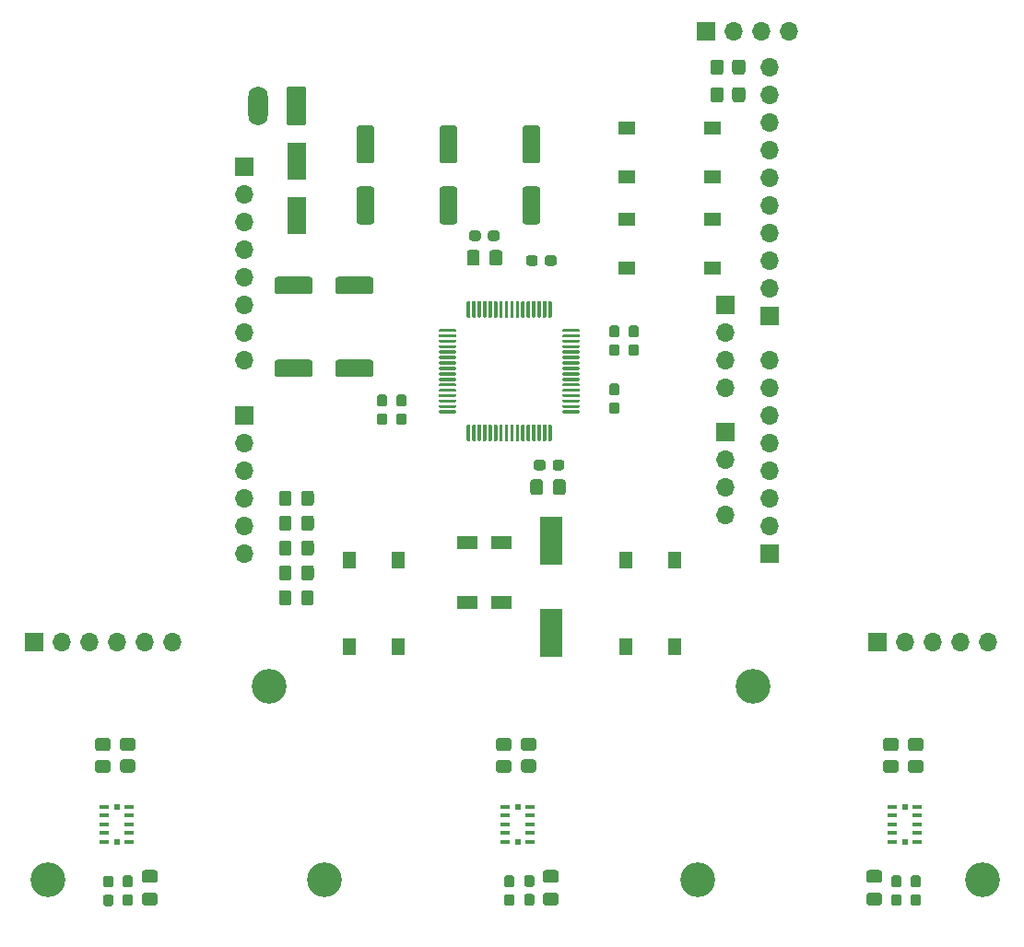
<source format=gbr>
%TF.GenerationSoftware,KiCad,Pcbnew,(5.1.10)-1*%
%TF.CreationDate,2022-02-24T08:52:08+01:00*%
%TF.ProjectId,GestureControl,47657374-7572-4654-936f-6e74726f6c2e,V0.1*%
%TF.SameCoordinates,Original*%
%TF.FileFunction,Soldermask,Top*%
%TF.FilePolarity,Negative*%
%FSLAX46Y46*%
G04 Gerber Fmt 4.6, Leading zero omitted, Abs format (unit mm)*
G04 Created by KiCad (PCBNEW (5.1.10)-1) date 2022-02-24 08:52:08*
%MOMM*%
%LPD*%
G01*
G04 APERTURE LIST*
%ADD10R,0.807999X0.458000*%
%ADD11R,0.508000X0.508000*%
%ADD12O,1.700000X1.700000*%
%ADD13R,1.700000X1.700000*%
%ADD14R,2.000000X4.500000*%
%ADD15C,3.200000*%
%ADD16R,1.300000X1.550000*%
%ADD17R,1.800000X3.500000*%
%ADD18R,1.900000X1.300000*%
%ADD19R,1.550000X1.300000*%
%ADD20O,1.800000X3.600000*%
G04 APERTURE END LIST*
D10*
%TO.C,U5*%
X109120800Y-117169999D03*
X109120800Y-116370001D03*
X109120800Y-115570000D03*
X109120800Y-114769999D03*
X109120800Y-113970001D03*
D11*
X110236000Y-113969800D03*
D10*
X111351200Y-113970001D03*
X111351200Y-114769999D03*
X111351200Y-115570000D03*
X111351200Y-116370001D03*
X111351200Y-117169999D03*
D11*
X110236000Y-117170200D03*
%TD*%
D10*
%TO.C,U4*%
X181510800Y-117169999D03*
X181510800Y-116370001D03*
X181510800Y-115570000D03*
X181510800Y-114769999D03*
X181510800Y-113970001D03*
D11*
X182626000Y-113969800D03*
D10*
X183741200Y-113970001D03*
X183741200Y-114769999D03*
X183741200Y-115570000D03*
X183741200Y-116370001D03*
X183741200Y-117169999D03*
D11*
X182626000Y-117170200D03*
%TD*%
D10*
%TO.C,U3*%
X145950800Y-117169999D03*
X145950800Y-116370001D03*
X145950800Y-115570000D03*
X145950800Y-114769999D03*
X145950800Y-113970001D03*
D11*
X147066000Y-113969800D03*
D10*
X148181200Y-113970001D03*
X148181200Y-114769999D03*
X148181200Y-115570000D03*
X148181200Y-116370001D03*
X148181200Y-117169999D03*
D11*
X147066000Y-117170200D03*
%TD*%
%TO.C,U7*%
G36*
G01*
X150204000Y-78889000D02*
X150204000Y-80289000D01*
G75*
G02*
X150129000Y-80364000I-75000J0D01*
G01*
X149979000Y-80364000D01*
G75*
G02*
X149904000Y-80289000I0J75000D01*
G01*
X149904000Y-78889000D01*
G75*
G02*
X149979000Y-78814000I75000J0D01*
G01*
X150129000Y-78814000D01*
G75*
G02*
X150204000Y-78889000I0J-75000D01*
G01*
G37*
G36*
G01*
X149704000Y-78889000D02*
X149704000Y-80289000D01*
G75*
G02*
X149629000Y-80364000I-75000J0D01*
G01*
X149479000Y-80364000D01*
G75*
G02*
X149404000Y-80289000I0J75000D01*
G01*
X149404000Y-78889000D01*
G75*
G02*
X149479000Y-78814000I75000J0D01*
G01*
X149629000Y-78814000D01*
G75*
G02*
X149704000Y-78889000I0J-75000D01*
G01*
G37*
G36*
G01*
X149204000Y-78889000D02*
X149204000Y-80289000D01*
G75*
G02*
X149129000Y-80364000I-75000J0D01*
G01*
X148979000Y-80364000D01*
G75*
G02*
X148904000Y-80289000I0J75000D01*
G01*
X148904000Y-78889000D01*
G75*
G02*
X148979000Y-78814000I75000J0D01*
G01*
X149129000Y-78814000D01*
G75*
G02*
X149204000Y-78889000I0J-75000D01*
G01*
G37*
G36*
G01*
X148704000Y-78889000D02*
X148704000Y-80289000D01*
G75*
G02*
X148629000Y-80364000I-75000J0D01*
G01*
X148479000Y-80364000D01*
G75*
G02*
X148404000Y-80289000I0J75000D01*
G01*
X148404000Y-78889000D01*
G75*
G02*
X148479000Y-78814000I75000J0D01*
G01*
X148629000Y-78814000D01*
G75*
G02*
X148704000Y-78889000I0J-75000D01*
G01*
G37*
G36*
G01*
X148204000Y-78889000D02*
X148204000Y-80289000D01*
G75*
G02*
X148129000Y-80364000I-75000J0D01*
G01*
X147979000Y-80364000D01*
G75*
G02*
X147904000Y-80289000I0J75000D01*
G01*
X147904000Y-78889000D01*
G75*
G02*
X147979000Y-78814000I75000J0D01*
G01*
X148129000Y-78814000D01*
G75*
G02*
X148204000Y-78889000I0J-75000D01*
G01*
G37*
G36*
G01*
X147704000Y-78889000D02*
X147704000Y-80289000D01*
G75*
G02*
X147629000Y-80364000I-75000J0D01*
G01*
X147479000Y-80364000D01*
G75*
G02*
X147404000Y-80289000I0J75000D01*
G01*
X147404000Y-78889000D01*
G75*
G02*
X147479000Y-78814000I75000J0D01*
G01*
X147629000Y-78814000D01*
G75*
G02*
X147704000Y-78889000I0J-75000D01*
G01*
G37*
G36*
G01*
X147204000Y-78889000D02*
X147204000Y-80289000D01*
G75*
G02*
X147129000Y-80364000I-75000J0D01*
G01*
X146979000Y-80364000D01*
G75*
G02*
X146904000Y-80289000I0J75000D01*
G01*
X146904000Y-78889000D01*
G75*
G02*
X146979000Y-78814000I75000J0D01*
G01*
X147129000Y-78814000D01*
G75*
G02*
X147204000Y-78889000I0J-75000D01*
G01*
G37*
G36*
G01*
X146704000Y-78889000D02*
X146704000Y-80289000D01*
G75*
G02*
X146629000Y-80364000I-75000J0D01*
G01*
X146479000Y-80364000D01*
G75*
G02*
X146404000Y-80289000I0J75000D01*
G01*
X146404000Y-78889000D01*
G75*
G02*
X146479000Y-78814000I75000J0D01*
G01*
X146629000Y-78814000D01*
G75*
G02*
X146704000Y-78889000I0J-75000D01*
G01*
G37*
G36*
G01*
X146204000Y-78889000D02*
X146204000Y-80289000D01*
G75*
G02*
X146129000Y-80364000I-75000J0D01*
G01*
X145979000Y-80364000D01*
G75*
G02*
X145904000Y-80289000I0J75000D01*
G01*
X145904000Y-78889000D01*
G75*
G02*
X145979000Y-78814000I75000J0D01*
G01*
X146129000Y-78814000D01*
G75*
G02*
X146204000Y-78889000I0J-75000D01*
G01*
G37*
G36*
G01*
X145704000Y-78889000D02*
X145704000Y-80289000D01*
G75*
G02*
X145629000Y-80364000I-75000J0D01*
G01*
X145479000Y-80364000D01*
G75*
G02*
X145404000Y-80289000I0J75000D01*
G01*
X145404000Y-78889000D01*
G75*
G02*
X145479000Y-78814000I75000J0D01*
G01*
X145629000Y-78814000D01*
G75*
G02*
X145704000Y-78889000I0J-75000D01*
G01*
G37*
G36*
G01*
X145204000Y-78889000D02*
X145204000Y-80289000D01*
G75*
G02*
X145129000Y-80364000I-75000J0D01*
G01*
X144979000Y-80364000D01*
G75*
G02*
X144904000Y-80289000I0J75000D01*
G01*
X144904000Y-78889000D01*
G75*
G02*
X144979000Y-78814000I75000J0D01*
G01*
X145129000Y-78814000D01*
G75*
G02*
X145204000Y-78889000I0J-75000D01*
G01*
G37*
G36*
G01*
X144704000Y-78889000D02*
X144704000Y-80289000D01*
G75*
G02*
X144629000Y-80364000I-75000J0D01*
G01*
X144479000Y-80364000D01*
G75*
G02*
X144404000Y-80289000I0J75000D01*
G01*
X144404000Y-78889000D01*
G75*
G02*
X144479000Y-78814000I75000J0D01*
G01*
X144629000Y-78814000D01*
G75*
G02*
X144704000Y-78889000I0J-75000D01*
G01*
G37*
G36*
G01*
X144204000Y-78889000D02*
X144204000Y-80289000D01*
G75*
G02*
X144129000Y-80364000I-75000J0D01*
G01*
X143979000Y-80364000D01*
G75*
G02*
X143904000Y-80289000I0J75000D01*
G01*
X143904000Y-78889000D01*
G75*
G02*
X143979000Y-78814000I75000J0D01*
G01*
X144129000Y-78814000D01*
G75*
G02*
X144204000Y-78889000I0J-75000D01*
G01*
G37*
G36*
G01*
X143704000Y-78889000D02*
X143704000Y-80289000D01*
G75*
G02*
X143629000Y-80364000I-75000J0D01*
G01*
X143479000Y-80364000D01*
G75*
G02*
X143404000Y-80289000I0J75000D01*
G01*
X143404000Y-78889000D01*
G75*
G02*
X143479000Y-78814000I75000J0D01*
G01*
X143629000Y-78814000D01*
G75*
G02*
X143704000Y-78889000I0J-75000D01*
G01*
G37*
G36*
G01*
X143204000Y-78889000D02*
X143204000Y-80289000D01*
G75*
G02*
X143129000Y-80364000I-75000J0D01*
G01*
X142979000Y-80364000D01*
G75*
G02*
X142904000Y-80289000I0J75000D01*
G01*
X142904000Y-78889000D01*
G75*
G02*
X142979000Y-78814000I75000J0D01*
G01*
X143129000Y-78814000D01*
G75*
G02*
X143204000Y-78889000I0J-75000D01*
G01*
G37*
G36*
G01*
X142704000Y-78889000D02*
X142704000Y-80289000D01*
G75*
G02*
X142629000Y-80364000I-75000J0D01*
G01*
X142479000Y-80364000D01*
G75*
G02*
X142404000Y-80289000I0J75000D01*
G01*
X142404000Y-78889000D01*
G75*
G02*
X142479000Y-78814000I75000J0D01*
G01*
X142629000Y-78814000D01*
G75*
G02*
X142704000Y-78889000I0J-75000D01*
G01*
G37*
G36*
G01*
X141404000Y-77589000D02*
X141404000Y-77739000D01*
G75*
G02*
X141329000Y-77814000I-75000J0D01*
G01*
X139929000Y-77814000D01*
G75*
G02*
X139854000Y-77739000I0J75000D01*
G01*
X139854000Y-77589000D01*
G75*
G02*
X139929000Y-77514000I75000J0D01*
G01*
X141329000Y-77514000D01*
G75*
G02*
X141404000Y-77589000I0J-75000D01*
G01*
G37*
G36*
G01*
X141404000Y-77089000D02*
X141404000Y-77239000D01*
G75*
G02*
X141329000Y-77314000I-75000J0D01*
G01*
X139929000Y-77314000D01*
G75*
G02*
X139854000Y-77239000I0J75000D01*
G01*
X139854000Y-77089000D01*
G75*
G02*
X139929000Y-77014000I75000J0D01*
G01*
X141329000Y-77014000D01*
G75*
G02*
X141404000Y-77089000I0J-75000D01*
G01*
G37*
G36*
G01*
X141404000Y-76589000D02*
X141404000Y-76739000D01*
G75*
G02*
X141329000Y-76814000I-75000J0D01*
G01*
X139929000Y-76814000D01*
G75*
G02*
X139854000Y-76739000I0J75000D01*
G01*
X139854000Y-76589000D01*
G75*
G02*
X139929000Y-76514000I75000J0D01*
G01*
X141329000Y-76514000D01*
G75*
G02*
X141404000Y-76589000I0J-75000D01*
G01*
G37*
G36*
G01*
X141404000Y-76089000D02*
X141404000Y-76239000D01*
G75*
G02*
X141329000Y-76314000I-75000J0D01*
G01*
X139929000Y-76314000D01*
G75*
G02*
X139854000Y-76239000I0J75000D01*
G01*
X139854000Y-76089000D01*
G75*
G02*
X139929000Y-76014000I75000J0D01*
G01*
X141329000Y-76014000D01*
G75*
G02*
X141404000Y-76089000I0J-75000D01*
G01*
G37*
G36*
G01*
X141404000Y-75589000D02*
X141404000Y-75739000D01*
G75*
G02*
X141329000Y-75814000I-75000J0D01*
G01*
X139929000Y-75814000D01*
G75*
G02*
X139854000Y-75739000I0J75000D01*
G01*
X139854000Y-75589000D01*
G75*
G02*
X139929000Y-75514000I75000J0D01*
G01*
X141329000Y-75514000D01*
G75*
G02*
X141404000Y-75589000I0J-75000D01*
G01*
G37*
G36*
G01*
X141404000Y-75089000D02*
X141404000Y-75239000D01*
G75*
G02*
X141329000Y-75314000I-75000J0D01*
G01*
X139929000Y-75314000D01*
G75*
G02*
X139854000Y-75239000I0J75000D01*
G01*
X139854000Y-75089000D01*
G75*
G02*
X139929000Y-75014000I75000J0D01*
G01*
X141329000Y-75014000D01*
G75*
G02*
X141404000Y-75089000I0J-75000D01*
G01*
G37*
G36*
G01*
X141404000Y-74589000D02*
X141404000Y-74739000D01*
G75*
G02*
X141329000Y-74814000I-75000J0D01*
G01*
X139929000Y-74814000D01*
G75*
G02*
X139854000Y-74739000I0J75000D01*
G01*
X139854000Y-74589000D01*
G75*
G02*
X139929000Y-74514000I75000J0D01*
G01*
X141329000Y-74514000D01*
G75*
G02*
X141404000Y-74589000I0J-75000D01*
G01*
G37*
G36*
G01*
X141404000Y-74089000D02*
X141404000Y-74239000D01*
G75*
G02*
X141329000Y-74314000I-75000J0D01*
G01*
X139929000Y-74314000D01*
G75*
G02*
X139854000Y-74239000I0J75000D01*
G01*
X139854000Y-74089000D01*
G75*
G02*
X139929000Y-74014000I75000J0D01*
G01*
X141329000Y-74014000D01*
G75*
G02*
X141404000Y-74089000I0J-75000D01*
G01*
G37*
G36*
G01*
X141404000Y-73589000D02*
X141404000Y-73739000D01*
G75*
G02*
X141329000Y-73814000I-75000J0D01*
G01*
X139929000Y-73814000D01*
G75*
G02*
X139854000Y-73739000I0J75000D01*
G01*
X139854000Y-73589000D01*
G75*
G02*
X139929000Y-73514000I75000J0D01*
G01*
X141329000Y-73514000D01*
G75*
G02*
X141404000Y-73589000I0J-75000D01*
G01*
G37*
G36*
G01*
X141404000Y-73089000D02*
X141404000Y-73239000D01*
G75*
G02*
X141329000Y-73314000I-75000J0D01*
G01*
X139929000Y-73314000D01*
G75*
G02*
X139854000Y-73239000I0J75000D01*
G01*
X139854000Y-73089000D01*
G75*
G02*
X139929000Y-73014000I75000J0D01*
G01*
X141329000Y-73014000D01*
G75*
G02*
X141404000Y-73089000I0J-75000D01*
G01*
G37*
G36*
G01*
X141404000Y-72589000D02*
X141404000Y-72739000D01*
G75*
G02*
X141329000Y-72814000I-75000J0D01*
G01*
X139929000Y-72814000D01*
G75*
G02*
X139854000Y-72739000I0J75000D01*
G01*
X139854000Y-72589000D01*
G75*
G02*
X139929000Y-72514000I75000J0D01*
G01*
X141329000Y-72514000D01*
G75*
G02*
X141404000Y-72589000I0J-75000D01*
G01*
G37*
G36*
G01*
X141404000Y-72089000D02*
X141404000Y-72239000D01*
G75*
G02*
X141329000Y-72314000I-75000J0D01*
G01*
X139929000Y-72314000D01*
G75*
G02*
X139854000Y-72239000I0J75000D01*
G01*
X139854000Y-72089000D01*
G75*
G02*
X139929000Y-72014000I75000J0D01*
G01*
X141329000Y-72014000D01*
G75*
G02*
X141404000Y-72089000I0J-75000D01*
G01*
G37*
G36*
G01*
X141404000Y-71589000D02*
X141404000Y-71739000D01*
G75*
G02*
X141329000Y-71814000I-75000J0D01*
G01*
X139929000Y-71814000D01*
G75*
G02*
X139854000Y-71739000I0J75000D01*
G01*
X139854000Y-71589000D01*
G75*
G02*
X139929000Y-71514000I75000J0D01*
G01*
X141329000Y-71514000D01*
G75*
G02*
X141404000Y-71589000I0J-75000D01*
G01*
G37*
G36*
G01*
X141404000Y-71089000D02*
X141404000Y-71239000D01*
G75*
G02*
X141329000Y-71314000I-75000J0D01*
G01*
X139929000Y-71314000D01*
G75*
G02*
X139854000Y-71239000I0J75000D01*
G01*
X139854000Y-71089000D01*
G75*
G02*
X139929000Y-71014000I75000J0D01*
G01*
X141329000Y-71014000D01*
G75*
G02*
X141404000Y-71089000I0J-75000D01*
G01*
G37*
G36*
G01*
X141404000Y-70589000D02*
X141404000Y-70739000D01*
G75*
G02*
X141329000Y-70814000I-75000J0D01*
G01*
X139929000Y-70814000D01*
G75*
G02*
X139854000Y-70739000I0J75000D01*
G01*
X139854000Y-70589000D01*
G75*
G02*
X139929000Y-70514000I75000J0D01*
G01*
X141329000Y-70514000D01*
G75*
G02*
X141404000Y-70589000I0J-75000D01*
G01*
G37*
G36*
G01*
X141404000Y-70089000D02*
X141404000Y-70239000D01*
G75*
G02*
X141329000Y-70314000I-75000J0D01*
G01*
X139929000Y-70314000D01*
G75*
G02*
X139854000Y-70239000I0J75000D01*
G01*
X139854000Y-70089000D01*
G75*
G02*
X139929000Y-70014000I75000J0D01*
G01*
X141329000Y-70014000D01*
G75*
G02*
X141404000Y-70089000I0J-75000D01*
G01*
G37*
G36*
G01*
X142704000Y-67539000D02*
X142704000Y-68939000D01*
G75*
G02*
X142629000Y-69014000I-75000J0D01*
G01*
X142479000Y-69014000D01*
G75*
G02*
X142404000Y-68939000I0J75000D01*
G01*
X142404000Y-67539000D01*
G75*
G02*
X142479000Y-67464000I75000J0D01*
G01*
X142629000Y-67464000D01*
G75*
G02*
X142704000Y-67539000I0J-75000D01*
G01*
G37*
G36*
G01*
X143204000Y-67539000D02*
X143204000Y-68939000D01*
G75*
G02*
X143129000Y-69014000I-75000J0D01*
G01*
X142979000Y-69014000D01*
G75*
G02*
X142904000Y-68939000I0J75000D01*
G01*
X142904000Y-67539000D01*
G75*
G02*
X142979000Y-67464000I75000J0D01*
G01*
X143129000Y-67464000D01*
G75*
G02*
X143204000Y-67539000I0J-75000D01*
G01*
G37*
G36*
G01*
X143704000Y-67539000D02*
X143704000Y-68939000D01*
G75*
G02*
X143629000Y-69014000I-75000J0D01*
G01*
X143479000Y-69014000D01*
G75*
G02*
X143404000Y-68939000I0J75000D01*
G01*
X143404000Y-67539000D01*
G75*
G02*
X143479000Y-67464000I75000J0D01*
G01*
X143629000Y-67464000D01*
G75*
G02*
X143704000Y-67539000I0J-75000D01*
G01*
G37*
G36*
G01*
X144204000Y-67539000D02*
X144204000Y-68939000D01*
G75*
G02*
X144129000Y-69014000I-75000J0D01*
G01*
X143979000Y-69014000D01*
G75*
G02*
X143904000Y-68939000I0J75000D01*
G01*
X143904000Y-67539000D01*
G75*
G02*
X143979000Y-67464000I75000J0D01*
G01*
X144129000Y-67464000D01*
G75*
G02*
X144204000Y-67539000I0J-75000D01*
G01*
G37*
G36*
G01*
X144704000Y-67539000D02*
X144704000Y-68939000D01*
G75*
G02*
X144629000Y-69014000I-75000J0D01*
G01*
X144479000Y-69014000D01*
G75*
G02*
X144404000Y-68939000I0J75000D01*
G01*
X144404000Y-67539000D01*
G75*
G02*
X144479000Y-67464000I75000J0D01*
G01*
X144629000Y-67464000D01*
G75*
G02*
X144704000Y-67539000I0J-75000D01*
G01*
G37*
G36*
G01*
X145204000Y-67539000D02*
X145204000Y-68939000D01*
G75*
G02*
X145129000Y-69014000I-75000J0D01*
G01*
X144979000Y-69014000D01*
G75*
G02*
X144904000Y-68939000I0J75000D01*
G01*
X144904000Y-67539000D01*
G75*
G02*
X144979000Y-67464000I75000J0D01*
G01*
X145129000Y-67464000D01*
G75*
G02*
X145204000Y-67539000I0J-75000D01*
G01*
G37*
G36*
G01*
X145704000Y-67539000D02*
X145704000Y-68939000D01*
G75*
G02*
X145629000Y-69014000I-75000J0D01*
G01*
X145479000Y-69014000D01*
G75*
G02*
X145404000Y-68939000I0J75000D01*
G01*
X145404000Y-67539000D01*
G75*
G02*
X145479000Y-67464000I75000J0D01*
G01*
X145629000Y-67464000D01*
G75*
G02*
X145704000Y-67539000I0J-75000D01*
G01*
G37*
G36*
G01*
X146204000Y-67539000D02*
X146204000Y-68939000D01*
G75*
G02*
X146129000Y-69014000I-75000J0D01*
G01*
X145979000Y-69014000D01*
G75*
G02*
X145904000Y-68939000I0J75000D01*
G01*
X145904000Y-67539000D01*
G75*
G02*
X145979000Y-67464000I75000J0D01*
G01*
X146129000Y-67464000D01*
G75*
G02*
X146204000Y-67539000I0J-75000D01*
G01*
G37*
G36*
G01*
X146704000Y-67539000D02*
X146704000Y-68939000D01*
G75*
G02*
X146629000Y-69014000I-75000J0D01*
G01*
X146479000Y-69014000D01*
G75*
G02*
X146404000Y-68939000I0J75000D01*
G01*
X146404000Y-67539000D01*
G75*
G02*
X146479000Y-67464000I75000J0D01*
G01*
X146629000Y-67464000D01*
G75*
G02*
X146704000Y-67539000I0J-75000D01*
G01*
G37*
G36*
G01*
X147204000Y-67539000D02*
X147204000Y-68939000D01*
G75*
G02*
X147129000Y-69014000I-75000J0D01*
G01*
X146979000Y-69014000D01*
G75*
G02*
X146904000Y-68939000I0J75000D01*
G01*
X146904000Y-67539000D01*
G75*
G02*
X146979000Y-67464000I75000J0D01*
G01*
X147129000Y-67464000D01*
G75*
G02*
X147204000Y-67539000I0J-75000D01*
G01*
G37*
G36*
G01*
X147704000Y-67539000D02*
X147704000Y-68939000D01*
G75*
G02*
X147629000Y-69014000I-75000J0D01*
G01*
X147479000Y-69014000D01*
G75*
G02*
X147404000Y-68939000I0J75000D01*
G01*
X147404000Y-67539000D01*
G75*
G02*
X147479000Y-67464000I75000J0D01*
G01*
X147629000Y-67464000D01*
G75*
G02*
X147704000Y-67539000I0J-75000D01*
G01*
G37*
G36*
G01*
X148204000Y-67539000D02*
X148204000Y-68939000D01*
G75*
G02*
X148129000Y-69014000I-75000J0D01*
G01*
X147979000Y-69014000D01*
G75*
G02*
X147904000Y-68939000I0J75000D01*
G01*
X147904000Y-67539000D01*
G75*
G02*
X147979000Y-67464000I75000J0D01*
G01*
X148129000Y-67464000D01*
G75*
G02*
X148204000Y-67539000I0J-75000D01*
G01*
G37*
G36*
G01*
X148704000Y-67539000D02*
X148704000Y-68939000D01*
G75*
G02*
X148629000Y-69014000I-75000J0D01*
G01*
X148479000Y-69014000D01*
G75*
G02*
X148404000Y-68939000I0J75000D01*
G01*
X148404000Y-67539000D01*
G75*
G02*
X148479000Y-67464000I75000J0D01*
G01*
X148629000Y-67464000D01*
G75*
G02*
X148704000Y-67539000I0J-75000D01*
G01*
G37*
G36*
G01*
X149204000Y-67539000D02*
X149204000Y-68939000D01*
G75*
G02*
X149129000Y-69014000I-75000J0D01*
G01*
X148979000Y-69014000D01*
G75*
G02*
X148904000Y-68939000I0J75000D01*
G01*
X148904000Y-67539000D01*
G75*
G02*
X148979000Y-67464000I75000J0D01*
G01*
X149129000Y-67464000D01*
G75*
G02*
X149204000Y-67539000I0J-75000D01*
G01*
G37*
G36*
G01*
X149704000Y-67539000D02*
X149704000Y-68939000D01*
G75*
G02*
X149629000Y-69014000I-75000J0D01*
G01*
X149479000Y-69014000D01*
G75*
G02*
X149404000Y-68939000I0J75000D01*
G01*
X149404000Y-67539000D01*
G75*
G02*
X149479000Y-67464000I75000J0D01*
G01*
X149629000Y-67464000D01*
G75*
G02*
X149704000Y-67539000I0J-75000D01*
G01*
G37*
G36*
G01*
X150204000Y-67539000D02*
X150204000Y-68939000D01*
G75*
G02*
X150129000Y-69014000I-75000J0D01*
G01*
X149979000Y-69014000D01*
G75*
G02*
X149904000Y-68939000I0J75000D01*
G01*
X149904000Y-67539000D01*
G75*
G02*
X149979000Y-67464000I75000J0D01*
G01*
X150129000Y-67464000D01*
G75*
G02*
X150204000Y-67539000I0J-75000D01*
G01*
G37*
G36*
G01*
X152754000Y-70089000D02*
X152754000Y-70239000D01*
G75*
G02*
X152679000Y-70314000I-75000J0D01*
G01*
X151279000Y-70314000D01*
G75*
G02*
X151204000Y-70239000I0J75000D01*
G01*
X151204000Y-70089000D01*
G75*
G02*
X151279000Y-70014000I75000J0D01*
G01*
X152679000Y-70014000D01*
G75*
G02*
X152754000Y-70089000I0J-75000D01*
G01*
G37*
G36*
G01*
X152754000Y-70589000D02*
X152754000Y-70739000D01*
G75*
G02*
X152679000Y-70814000I-75000J0D01*
G01*
X151279000Y-70814000D01*
G75*
G02*
X151204000Y-70739000I0J75000D01*
G01*
X151204000Y-70589000D01*
G75*
G02*
X151279000Y-70514000I75000J0D01*
G01*
X152679000Y-70514000D01*
G75*
G02*
X152754000Y-70589000I0J-75000D01*
G01*
G37*
G36*
G01*
X152754000Y-71089000D02*
X152754000Y-71239000D01*
G75*
G02*
X152679000Y-71314000I-75000J0D01*
G01*
X151279000Y-71314000D01*
G75*
G02*
X151204000Y-71239000I0J75000D01*
G01*
X151204000Y-71089000D01*
G75*
G02*
X151279000Y-71014000I75000J0D01*
G01*
X152679000Y-71014000D01*
G75*
G02*
X152754000Y-71089000I0J-75000D01*
G01*
G37*
G36*
G01*
X152754000Y-71589000D02*
X152754000Y-71739000D01*
G75*
G02*
X152679000Y-71814000I-75000J0D01*
G01*
X151279000Y-71814000D01*
G75*
G02*
X151204000Y-71739000I0J75000D01*
G01*
X151204000Y-71589000D01*
G75*
G02*
X151279000Y-71514000I75000J0D01*
G01*
X152679000Y-71514000D01*
G75*
G02*
X152754000Y-71589000I0J-75000D01*
G01*
G37*
G36*
G01*
X152754000Y-72089000D02*
X152754000Y-72239000D01*
G75*
G02*
X152679000Y-72314000I-75000J0D01*
G01*
X151279000Y-72314000D01*
G75*
G02*
X151204000Y-72239000I0J75000D01*
G01*
X151204000Y-72089000D01*
G75*
G02*
X151279000Y-72014000I75000J0D01*
G01*
X152679000Y-72014000D01*
G75*
G02*
X152754000Y-72089000I0J-75000D01*
G01*
G37*
G36*
G01*
X152754000Y-72589000D02*
X152754000Y-72739000D01*
G75*
G02*
X152679000Y-72814000I-75000J0D01*
G01*
X151279000Y-72814000D01*
G75*
G02*
X151204000Y-72739000I0J75000D01*
G01*
X151204000Y-72589000D01*
G75*
G02*
X151279000Y-72514000I75000J0D01*
G01*
X152679000Y-72514000D01*
G75*
G02*
X152754000Y-72589000I0J-75000D01*
G01*
G37*
G36*
G01*
X152754000Y-73089000D02*
X152754000Y-73239000D01*
G75*
G02*
X152679000Y-73314000I-75000J0D01*
G01*
X151279000Y-73314000D01*
G75*
G02*
X151204000Y-73239000I0J75000D01*
G01*
X151204000Y-73089000D01*
G75*
G02*
X151279000Y-73014000I75000J0D01*
G01*
X152679000Y-73014000D01*
G75*
G02*
X152754000Y-73089000I0J-75000D01*
G01*
G37*
G36*
G01*
X152754000Y-73589000D02*
X152754000Y-73739000D01*
G75*
G02*
X152679000Y-73814000I-75000J0D01*
G01*
X151279000Y-73814000D01*
G75*
G02*
X151204000Y-73739000I0J75000D01*
G01*
X151204000Y-73589000D01*
G75*
G02*
X151279000Y-73514000I75000J0D01*
G01*
X152679000Y-73514000D01*
G75*
G02*
X152754000Y-73589000I0J-75000D01*
G01*
G37*
G36*
G01*
X152754000Y-74089000D02*
X152754000Y-74239000D01*
G75*
G02*
X152679000Y-74314000I-75000J0D01*
G01*
X151279000Y-74314000D01*
G75*
G02*
X151204000Y-74239000I0J75000D01*
G01*
X151204000Y-74089000D01*
G75*
G02*
X151279000Y-74014000I75000J0D01*
G01*
X152679000Y-74014000D01*
G75*
G02*
X152754000Y-74089000I0J-75000D01*
G01*
G37*
G36*
G01*
X152754000Y-74589000D02*
X152754000Y-74739000D01*
G75*
G02*
X152679000Y-74814000I-75000J0D01*
G01*
X151279000Y-74814000D01*
G75*
G02*
X151204000Y-74739000I0J75000D01*
G01*
X151204000Y-74589000D01*
G75*
G02*
X151279000Y-74514000I75000J0D01*
G01*
X152679000Y-74514000D01*
G75*
G02*
X152754000Y-74589000I0J-75000D01*
G01*
G37*
G36*
G01*
X152754000Y-75089000D02*
X152754000Y-75239000D01*
G75*
G02*
X152679000Y-75314000I-75000J0D01*
G01*
X151279000Y-75314000D01*
G75*
G02*
X151204000Y-75239000I0J75000D01*
G01*
X151204000Y-75089000D01*
G75*
G02*
X151279000Y-75014000I75000J0D01*
G01*
X152679000Y-75014000D01*
G75*
G02*
X152754000Y-75089000I0J-75000D01*
G01*
G37*
G36*
G01*
X152754000Y-75589000D02*
X152754000Y-75739000D01*
G75*
G02*
X152679000Y-75814000I-75000J0D01*
G01*
X151279000Y-75814000D01*
G75*
G02*
X151204000Y-75739000I0J75000D01*
G01*
X151204000Y-75589000D01*
G75*
G02*
X151279000Y-75514000I75000J0D01*
G01*
X152679000Y-75514000D01*
G75*
G02*
X152754000Y-75589000I0J-75000D01*
G01*
G37*
G36*
G01*
X152754000Y-76089000D02*
X152754000Y-76239000D01*
G75*
G02*
X152679000Y-76314000I-75000J0D01*
G01*
X151279000Y-76314000D01*
G75*
G02*
X151204000Y-76239000I0J75000D01*
G01*
X151204000Y-76089000D01*
G75*
G02*
X151279000Y-76014000I75000J0D01*
G01*
X152679000Y-76014000D01*
G75*
G02*
X152754000Y-76089000I0J-75000D01*
G01*
G37*
G36*
G01*
X152754000Y-76589000D02*
X152754000Y-76739000D01*
G75*
G02*
X152679000Y-76814000I-75000J0D01*
G01*
X151279000Y-76814000D01*
G75*
G02*
X151204000Y-76739000I0J75000D01*
G01*
X151204000Y-76589000D01*
G75*
G02*
X151279000Y-76514000I75000J0D01*
G01*
X152679000Y-76514000D01*
G75*
G02*
X152754000Y-76589000I0J-75000D01*
G01*
G37*
G36*
G01*
X152754000Y-77089000D02*
X152754000Y-77239000D01*
G75*
G02*
X152679000Y-77314000I-75000J0D01*
G01*
X151279000Y-77314000D01*
G75*
G02*
X151204000Y-77239000I0J75000D01*
G01*
X151204000Y-77089000D01*
G75*
G02*
X151279000Y-77014000I75000J0D01*
G01*
X152679000Y-77014000D01*
G75*
G02*
X152754000Y-77089000I0J-75000D01*
G01*
G37*
G36*
G01*
X152754000Y-77589000D02*
X152754000Y-77739000D01*
G75*
G02*
X152679000Y-77814000I-75000J0D01*
G01*
X151279000Y-77814000D01*
G75*
G02*
X151204000Y-77739000I0J75000D01*
G01*
X151204000Y-77589000D01*
G75*
G02*
X151279000Y-77514000I75000J0D01*
G01*
X152679000Y-77514000D01*
G75*
G02*
X152754000Y-77589000I0J-75000D01*
G01*
G37*
%TD*%
%TO.C,C28*%
G36*
G01*
X144343000Y-61705500D02*
X144343000Y-61230500D01*
G75*
G02*
X144580500Y-60993000I237500J0D01*
G01*
X145180500Y-60993000D01*
G75*
G02*
X145418000Y-61230500I0J-237500D01*
G01*
X145418000Y-61705500D01*
G75*
G02*
X145180500Y-61943000I-237500J0D01*
G01*
X144580500Y-61943000D01*
G75*
G02*
X144343000Y-61705500I0J237500D01*
G01*
G37*
G36*
G01*
X142618000Y-61705500D02*
X142618000Y-61230500D01*
G75*
G02*
X142855500Y-60993000I237500J0D01*
G01*
X143455500Y-60993000D01*
G75*
G02*
X143693000Y-61230500I0J-237500D01*
G01*
X143693000Y-61705500D01*
G75*
G02*
X143455500Y-61943000I-237500J0D01*
G01*
X142855500Y-61943000D01*
G75*
G02*
X142618000Y-61705500I0J237500D01*
G01*
G37*
%TD*%
%TO.C,C32*%
G36*
G01*
X149410000Y-84107000D02*
X149410000Y-85057000D01*
G75*
G02*
X149160000Y-85307000I-250000J0D01*
G01*
X148485000Y-85307000D01*
G75*
G02*
X148235000Y-85057000I0J250000D01*
G01*
X148235000Y-84107000D01*
G75*
G02*
X148485000Y-83857000I250000J0D01*
G01*
X149160000Y-83857000D01*
G75*
G02*
X149410000Y-84107000I0J-250000D01*
G01*
G37*
G36*
G01*
X151485000Y-84107000D02*
X151485000Y-85057000D01*
G75*
G02*
X151235000Y-85307000I-250000J0D01*
G01*
X150560000Y-85307000D01*
G75*
G02*
X150310000Y-85057000I0J250000D01*
G01*
X150310000Y-84107000D01*
G75*
G02*
X150560000Y-83857000I250000J0D01*
G01*
X151235000Y-83857000D01*
G75*
G02*
X151485000Y-84107000I0J-250000D01*
G01*
G37*
%TD*%
D12*
%TO.C,J7*%
X115316000Y-98806000D03*
X112776000Y-98806000D03*
X110236000Y-98806000D03*
X107696000Y-98806000D03*
X105156000Y-98806000D03*
D13*
X102616000Y-98806000D03*
%TD*%
%TO.C,C27*%
G36*
G01*
X156193500Y-76129000D02*
X155718500Y-76129000D01*
G75*
G02*
X155481000Y-75891500I0J237500D01*
G01*
X155481000Y-75291500D01*
G75*
G02*
X155718500Y-75054000I237500J0D01*
G01*
X156193500Y-75054000D01*
G75*
G02*
X156431000Y-75291500I0J-237500D01*
G01*
X156431000Y-75891500D01*
G75*
G02*
X156193500Y-76129000I-237500J0D01*
G01*
G37*
G36*
G01*
X156193500Y-77854000D02*
X155718500Y-77854000D01*
G75*
G02*
X155481000Y-77616500I0J237500D01*
G01*
X155481000Y-77016500D01*
G75*
G02*
X155718500Y-76779000I237500J0D01*
G01*
X156193500Y-76779000D01*
G75*
G02*
X156431000Y-77016500I0J-237500D01*
G01*
X156431000Y-77616500D01*
G75*
G02*
X156193500Y-77854000I-237500J0D01*
G01*
G37*
%TD*%
%TO.C,C24*%
G36*
G01*
X155718500Y-71445000D02*
X156193500Y-71445000D01*
G75*
G02*
X156431000Y-71682500I0J-237500D01*
G01*
X156431000Y-72282500D01*
G75*
G02*
X156193500Y-72520000I-237500J0D01*
G01*
X155718500Y-72520000D01*
G75*
G02*
X155481000Y-72282500I0J237500D01*
G01*
X155481000Y-71682500D01*
G75*
G02*
X155718500Y-71445000I237500J0D01*
G01*
G37*
G36*
G01*
X155718500Y-69720000D02*
X156193500Y-69720000D01*
G75*
G02*
X156431000Y-69957500I0J-237500D01*
G01*
X156431000Y-70557500D01*
G75*
G02*
X156193500Y-70795000I-237500J0D01*
G01*
X155718500Y-70795000D01*
G75*
G02*
X155481000Y-70557500I0J237500D01*
G01*
X155481000Y-69957500D01*
G75*
G02*
X155718500Y-69720000I237500J0D01*
G01*
G37*
%TD*%
D14*
%TO.C,Y1*%
X150114000Y-89476000D03*
X150114000Y-97976000D03*
%TD*%
D15*
%TO.C,H3*%
X163576000Y-120650000D03*
%TD*%
%TO.C,C13*%
G36*
G01*
X179357000Y-121840500D02*
X180307000Y-121840500D01*
G75*
G02*
X180557000Y-122090500I0J-250000D01*
G01*
X180557000Y-122765500D01*
G75*
G02*
X180307000Y-123015500I-250000J0D01*
G01*
X179357000Y-123015500D01*
G75*
G02*
X179107000Y-122765500I0J250000D01*
G01*
X179107000Y-122090500D01*
G75*
G02*
X179357000Y-121840500I250000J0D01*
G01*
G37*
G36*
G01*
X179357000Y-119765500D02*
X180307000Y-119765500D01*
G75*
G02*
X180557000Y-120015500I0J-250000D01*
G01*
X180557000Y-120690500D01*
G75*
G02*
X180307000Y-120940500I-250000J0D01*
G01*
X179357000Y-120940500D01*
G75*
G02*
X179107000Y-120690500I0J250000D01*
G01*
X179107000Y-120015500D01*
G75*
G02*
X179357000Y-119765500I250000J0D01*
G01*
G37*
%TD*%
%TO.C,C11*%
G36*
G01*
X181626500Y-120266000D02*
X182101500Y-120266000D01*
G75*
G02*
X182339000Y-120503500I0J-237500D01*
G01*
X182339000Y-121103500D01*
G75*
G02*
X182101500Y-121341000I-237500J0D01*
G01*
X181626500Y-121341000D01*
G75*
G02*
X181389000Y-121103500I0J237500D01*
G01*
X181389000Y-120503500D01*
G75*
G02*
X181626500Y-120266000I237500J0D01*
G01*
G37*
G36*
G01*
X181626500Y-121991000D02*
X182101500Y-121991000D01*
G75*
G02*
X182339000Y-122228500I0J-237500D01*
G01*
X182339000Y-122828500D01*
G75*
G02*
X182101500Y-123066000I-237500J0D01*
G01*
X181626500Y-123066000D01*
G75*
G02*
X181389000Y-122828500I0J237500D01*
G01*
X181389000Y-122228500D01*
G75*
G02*
X181626500Y-121991000I237500J0D01*
G01*
G37*
%TD*%
D16*
%TO.C,SW2*%
X131608000Y-99225000D03*
X136108000Y-99225000D03*
X136108000Y-91275000D03*
X131608000Y-91275000D03*
%TD*%
%TO.C,R15*%
G36*
G01*
X180905999Y-107636000D02*
X181806001Y-107636000D01*
G75*
G02*
X182056000Y-107885999I0J-249999D01*
G01*
X182056000Y-108586001D01*
G75*
G02*
X181806001Y-108836000I-249999J0D01*
G01*
X180905999Y-108836000D01*
G75*
G02*
X180656000Y-108586001I0J249999D01*
G01*
X180656000Y-107885999D01*
G75*
G02*
X180905999Y-107636000I249999J0D01*
G01*
G37*
G36*
G01*
X180905999Y-109636000D02*
X181806001Y-109636000D01*
G75*
G02*
X182056000Y-109885999I0J-249999D01*
G01*
X182056000Y-110586001D01*
G75*
G02*
X181806001Y-110836000I-249999J0D01*
G01*
X180905999Y-110836000D01*
G75*
G02*
X180656000Y-110586001I0J249999D01*
G01*
X180656000Y-109885999D01*
G75*
G02*
X180905999Y-109636000I249999J0D01*
G01*
G37*
%TD*%
%TO.C,C9*%
G36*
G01*
X147908000Y-121964500D02*
X148383000Y-121964500D01*
G75*
G02*
X148620500Y-122202000I0J-237500D01*
G01*
X148620500Y-122802000D01*
G75*
G02*
X148383000Y-123039500I-237500J0D01*
G01*
X147908000Y-123039500D01*
G75*
G02*
X147670500Y-122802000I0J237500D01*
G01*
X147670500Y-122202000D01*
G75*
G02*
X147908000Y-121964500I237500J0D01*
G01*
G37*
G36*
G01*
X147908000Y-120239500D02*
X148383000Y-120239500D01*
G75*
G02*
X148620500Y-120477000I0J-237500D01*
G01*
X148620500Y-121077000D01*
G75*
G02*
X148383000Y-121314500I-237500J0D01*
G01*
X147908000Y-121314500D01*
G75*
G02*
X147670500Y-121077000I0J237500D01*
G01*
X147670500Y-120477000D01*
G75*
G02*
X147908000Y-120239500I237500J0D01*
G01*
G37*
%TD*%
%TO.C,D4*%
G36*
G01*
X126305000Y-87433999D02*
X126305000Y-88334001D01*
G75*
G02*
X126055001Y-88584000I-249999J0D01*
G01*
X125404999Y-88584000D01*
G75*
G02*
X125155000Y-88334001I0J249999D01*
G01*
X125155000Y-87433999D01*
G75*
G02*
X125404999Y-87184000I249999J0D01*
G01*
X126055001Y-87184000D01*
G75*
G02*
X126305000Y-87433999I0J-249999D01*
G01*
G37*
G36*
G01*
X128355000Y-87433999D02*
X128355000Y-88334001D01*
G75*
G02*
X128105001Y-88584000I-249999J0D01*
G01*
X127454999Y-88584000D01*
G75*
G02*
X127205000Y-88334001I0J249999D01*
G01*
X127205000Y-87433999D01*
G75*
G02*
X127454999Y-87184000I249999J0D01*
G01*
X128105001Y-87184000D01*
G75*
G02*
X128355000Y-87433999I0J-249999D01*
G01*
G37*
%TD*%
%TO.C,C15*%
G36*
G01*
X109236500Y-122017500D02*
X109711500Y-122017500D01*
G75*
G02*
X109949000Y-122255000I0J-237500D01*
G01*
X109949000Y-122855000D01*
G75*
G02*
X109711500Y-123092500I-237500J0D01*
G01*
X109236500Y-123092500D01*
G75*
G02*
X108999000Y-122855000I0J237500D01*
G01*
X108999000Y-122255000D01*
G75*
G02*
X109236500Y-122017500I237500J0D01*
G01*
G37*
G36*
G01*
X109236500Y-120292500D02*
X109711500Y-120292500D01*
G75*
G02*
X109949000Y-120530000I0J-237500D01*
G01*
X109949000Y-121130000D01*
G75*
G02*
X109711500Y-121367500I-237500J0D01*
G01*
X109236500Y-121367500D01*
G75*
G02*
X108999000Y-121130000I0J237500D01*
G01*
X108999000Y-120530000D01*
G75*
G02*
X109236500Y-120292500I237500J0D01*
G01*
G37*
%TD*%
D12*
%TO.C,J1*%
X166116000Y-75438000D03*
X166116000Y-72898000D03*
X166116000Y-70358000D03*
D13*
X166116000Y-67818000D03*
%TD*%
%TO.C,D3*%
G36*
G01*
X126305000Y-89719999D02*
X126305000Y-90620001D01*
G75*
G02*
X126055001Y-90870000I-249999J0D01*
G01*
X125404999Y-90870000D01*
G75*
G02*
X125155000Y-90620001I0J249999D01*
G01*
X125155000Y-89719999D01*
G75*
G02*
X125404999Y-89470000I249999J0D01*
G01*
X126055001Y-89470000D01*
G75*
G02*
X126305000Y-89719999I0J-249999D01*
G01*
G37*
G36*
G01*
X128355000Y-89719999D02*
X128355000Y-90620001D01*
G75*
G02*
X128105001Y-90870000I-249999J0D01*
G01*
X127454999Y-90870000D01*
G75*
G02*
X127205000Y-90620001I0J249999D01*
G01*
X127205000Y-89719999D01*
G75*
G02*
X127454999Y-89470000I249999J0D01*
G01*
X128105001Y-89470000D01*
G75*
G02*
X128355000Y-89719999I0J-249999D01*
G01*
G37*
%TD*%
D17*
%TO.C,D7*%
X126746000Y-59650000D03*
X126746000Y-54650000D03*
%TD*%
%TO.C,C3*%
G36*
G01*
X148886000Y-54830000D02*
X147786000Y-54830000D01*
G75*
G02*
X147536000Y-54580000I0J250000D01*
G01*
X147536000Y-51580000D01*
G75*
G02*
X147786000Y-51330000I250000J0D01*
G01*
X148886000Y-51330000D01*
G75*
G02*
X149136000Y-51580000I0J-250000D01*
G01*
X149136000Y-54580000D01*
G75*
G02*
X148886000Y-54830000I-250000J0D01*
G01*
G37*
G36*
G01*
X148886000Y-60430000D02*
X147786000Y-60430000D01*
G75*
G02*
X147536000Y-60180000I0J250000D01*
G01*
X147536000Y-57180000D01*
G75*
G02*
X147786000Y-56930000I250000J0D01*
G01*
X148886000Y-56930000D01*
G75*
G02*
X149136000Y-57180000I0J-250000D01*
G01*
X149136000Y-60180000D01*
G75*
G02*
X148886000Y-60430000I-250000J0D01*
G01*
G37*
%TD*%
%TO.C,R11*%
G36*
G01*
X166786000Y-46424001D02*
X166786000Y-45523999D01*
G75*
G02*
X167035999Y-45274000I249999J0D01*
G01*
X167736001Y-45274000D01*
G75*
G02*
X167986000Y-45523999I0J-249999D01*
G01*
X167986000Y-46424001D01*
G75*
G02*
X167736001Y-46674000I-249999J0D01*
G01*
X167035999Y-46674000D01*
G75*
G02*
X166786000Y-46424001I0J249999D01*
G01*
G37*
G36*
G01*
X164786000Y-46424001D02*
X164786000Y-45523999D01*
G75*
G02*
X165035999Y-45274000I249999J0D01*
G01*
X165736001Y-45274000D01*
G75*
G02*
X165986000Y-45523999I0J-249999D01*
G01*
X165986000Y-46424001D01*
G75*
G02*
X165736001Y-46674000I-249999J0D01*
G01*
X165035999Y-46674000D01*
G75*
G02*
X164786000Y-46424001I0J249999D01*
G01*
G37*
%TD*%
%TO.C,C10*%
G36*
G01*
X149639000Y-121840500D02*
X150589000Y-121840500D01*
G75*
G02*
X150839000Y-122090500I0J-250000D01*
G01*
X150839000Y-122765500D01*
G75*
G02*
X150589000Y-123015500I-250000J0D01*
G01*
X149639000Y-123015500D01*
G75*
G02*
X149389000Y-122765500I0J250000D01*
G01*
X149389000Y-122090500D01*
G75*
G02*
X149639000Y-121840500I250000J0D01*
G01*
G37*
G36*
G01*
X149639000Y-119765500D02*
X150589000Y-119765500D01*
G75*
G02*
X150839000Y-120015500I0J-250000D01*
G01*
X150839000Y-120690500D01*
G75*
G02*
X150589000Y-120940500I-250000J0D01*
G01*
X149639000Y-120940500D01*
G75*
G02*
X149389000Y-120690500I0J250000D01*
G01*
X149389000Y-120015500D01*
G75*
G02*
X149639000Y-119765500I250000J0D01*
G01*
G37*
%TD*%
%TO.C,C16*%
G36*
G01*
X112809000Y-121840500D02*
X113759000Y-121840500D01*
G75*
G02*
X114009000Y-122090500I0J-250000D01*
G01*
X114009000Y-122765500D01*
G75*
G02*
X113759000Y-123015500I-250000J0D01*
G01*
X112809000Y-123015500D01*
G75*
G02*
X112559000Y-122765500I0J250000D01*
G01*
X112559000Y-122090500D01*
G75*
G02*
X112809000Y-121840500I250000J0D01*
G01*
G37*
G36*
G01*
X112809000Y-119765500D02*
X113759000Y-119765500D01*
G75*
G02*
X114009000Y-120015500I0J-250000D01*
G01*
X114009000Y-120690500D01*
G75*
G02*
X113759000Y-120940500I-250000J0D01*
G01*
X112809000Y-120940500D01*
G75*
G02*
X112559000Y-120690500I0J250000D01*
G01*
X112559000Y-120015500D01*
G75*
G02*
X112809000Y-119765500I250000J0D01*
G01*
G37*
%TD*%
%TO.C,C31*%
G36*
G01*
X149635500Y-82312500D02*
X149635500Y-82787500D01*
G75*
G02*
X149398000Y-83025000I-237500J0D01*
G01*
X148798000Y-83025000D01*
G75*
G02*
X148560500Y-82787500I0J237500D01*
G01*
X148560500Y-82312500D01*
G75*
G02*
X148798000Y-82075000I237500J0D01*
G01*
X149398000Y-82075000D01*
G75*
G02*
X149635500Y-82312500I0J-237500D01*
G01*
G37*
G36*
G01*
X151360500Y-82312500D02*
X151360500Y-82787500D01*
G75*
G02*
X151123000Y-83025000I-237500J0D01*
G01*
X150523000Y-83025000D01*
G75*
G02*
X150285500Y-82787500I0J237500D01*
G01*
X150285500Y-82312500D01*
G75*
G02*
X150523000Y-82075000I237500J0D01*
G01*
X151123000Y-82075000D01*
G75*
G02*
X151360500Y-82312500I0J-237500D01*
G01*
G37*
%TD*%
D12*
%TO.C,J8*%
X190246000Y-98806000D03*
X187706000Y-98806000D03*
X185166000Y-98806000D03*
X182626000Y-98806000D03*
D13*
X180086000Y-98806000D03*
%TD*%
%TO.C,C29*%
G36*
G01*
X136635500Y-77145000D02*
X136160500Y-77145000D01*
G75*
G02*
X135923000Y-76907500I0J237500D01*
G01*
X135923000Y-76307500D01*
G75*
G02*
X136160500Y-76070000I237500J0D01*
G01*
X136635500Y-76070000D01*
G75*
G02*
X136873000Y-76307500I0J-237500D01*
G01*
X136873000Y-76907500D01*
G75*
G02*
X136635500Y-77145000I-237500J0D01*
G01*
G37*
G36*
G01*
X136635500Y-78870000D02*
X136160500Y-78870000D01*
G75*
G02*
X135923000Y-78632500I0J237500D01*
G01*
X135923000Y-78032500D01*
G75*
G02*
X136160500Y-77795000I237500J0D01*
G01*
X136635500Y-77795000D01*
G75*
G02*
X136873000Y-78032500I0J-237500D01*
G01*
X136873000Y-78632500D01*
G75*
G02*
X136635500Y-78870000I-237500J0D01*
G01*
G37*
%TD*%
%TO.C,R12*%
G36*
G01*
X147631999Y-109604000D02*
X148532001Y-109604000D01*
G75*
G02*
X148782000Y-109853999I0J-249999D01*
G01*
X148782000Y-110554001D01*
G75*
G02*
X148532001Y-110804000I-249999J0D01*
G01*
X147631999Y-110804000D01*
G75*
G02*
X147382000Y-110554001I0J249999D01*
G01*
X147382000Y-109853999D01*
G75*
G02*
X147631999Y-109604000I249999J0D01*
G01*
G37*
G36*
G01*
X147631999Y-107604000D02*
X148532001Y-107604000D01*
G75*
G02*
X148782000Y-107853999I0J-249999D01*
G01*
X148782000Y-108554001D01*
G75*
G02*
X148532001Y-108804000I-249999J0D01*
G01*
X147631999Y-108804000D01*
G75*
G02*
X147382000Y-108554001I0J249999D01*
G01*
X147382000Y-107853999D01*
G75*
G02*
X147631999Y-107604000I249999J0D01*
G01*
G37*
%TD*%
%TO.C,R10*%
G36*
G01*
X166786000Y-48964001D02*
X166786000Y-48063999D01*
G75*
G02*
X167035999Y-47814000I249999J0D01*
G01*
X167736001Y-47814000D01*
G75*
G02*
X167986000Y-48063999I0J-249999D01*
G01*
X167986000Y-48964001D01*
G75*
G02*
X167736001Y-49214000I-249999J0D01*
G01*
X167035999Y-49214000D01*
G75*
G02*
X166786000Y-48964001I0J249999D01*
G01*
G37*
G36*
G01*
X164786000Y-48964001D02*
X164786000Y-48063999D01*
G75*
G02*
X165035999Y-47814000I249999J0D01*
G01*
X165736001Y-47814000D01*
G75*
G02*
X165986000Y-48063999I0J-249999D01*
G01*
X165986000Y-48964001D01*
G75*
G02*
X165736001Y-49214000I-249999J0D01*
G01*
X165035999Y-49214000D01*
G75*
G02*
X164786000Y-48964001I0J249999D01*
G01*
G37*
%TD*%
%TO.C,R14*%
G36*
G01*
X183191999Y-107636000D02*
X184092001Y-107636000D01*
G75*
G02*
X184342000Y-107885999I0J-249999D01*
G01*
X184342000Y-108586001D01*
G75*
G02*
X184092001Y-108836000I-249999J0D01*
G01*
X183191999Y-108836000D01*
G75*
G02*
X182942000Y-108586001I0J249999D01*
G01*
X182942000Y-107885999D01*
G75*
G02*
X183191999Y-107636000I249999J0D01*
G01*
G37*
G36*
G01*
X183191999Y-109636000D02*
X184092001Y-109636000D01*
G75*
G02*
X184342000Y-109885999I0J-249999D01*
G01*
X184342000Y-110586001D01*
G75*
G02*
X184092001Y-110836000I-249999J0D01*
G01*
X183191999Y-110836000D01*
G75*
G02*
X182942000Y-110586001I0J249999D01*
G01*
X182942000Y-109885999D01*
G75*
G02*
X183191999Y-109636000I249999J0D01*
G01*
G37*
%TD*%
D15*
%TO.C,H2*%
X103886000Y-120650000D03*
%TD*%
%TO.C,R13*%
G36*
G01*
X145345999Y-109636000D02*
X146246001Y-109636000D01*
G75*
G02*
X146496000Y-109885999I0J-249999D01*
G01*
X146496000Y-110586001D01*
G75*
G02*
X146246001Y-110836000I-249999J0D01*
G01*
X145345999Y-110836000D01*
G75*
G02*
X145096000Y-110586001I0J249999D01*
G01*
X145096000Y-109885999D01*
G75*
G02*
X145345999Y-109636000I249999J0D01*
G01*
G37*
G36*
G01*
X145345999Y-107636000D02*
X146246001Y-107636000D01*
G75*
G02*
X146496000Y-107885999I0J-249999D01*
G01*
X146496000Y-108586001D01*
G75*
G02*
X146246001Y-108836000I-249999J0D01*
G01*
X145345999Y-108836000D01*
G75*
G02*
X145096000Y-108586001I0J249999D01*
G01*
X145096000Y-107885999D01*
G75*
G02*
X145345999Y-107636000I249999J0D01*
G01*
G37*
%TD*%
%TO.C,C26*%
G36*
G01*
X134857500Y-77145000D02*
X134382500Y-77145000D01*
G75*
G02*
X134145000Y-76907500I0J237500D01*
G01*
X134145000Y-76307500D01*
G75*
G02*
X134382500Y-76070000I237500J0D01*
G01*
X134857500Y-76070000D01*
G75*
G02*
X135095000Y-76307500I0J-237500D01*
G01*
X135095000Y-76907500D01*
G75*
G02*
X134857500Y-77145000I-237500J0D01*
G01*
G37*
G36*
G01*
X134857500Y-78870000D02*
X134382500Y-78870000D01*
G75*
G02*
X134145000Y-78632500I0J237500D01*
G01*
X134145000Y-78032500D01*
G75*
G02*
X134382500Y-77795000I237500J0D01*
G01*
X134857500Y-77795000D01*
G75*
G02*
X135095000Y-78032500I0J-237500D01*
G01*
X135095000Y-78632500D01*
G75*
G02*
X134857500Y-78870000I-237500J0D01*
G01*
G37*
%TD*%
%TO.C,H5*%
X189775000Y-120650000D03*
%TD*%
%TO.C,C5*%
G36*
G01*
X128236000Y-73110000D02*
X128236000Y-74210000D01*
G75*
G02*
X127986000Y-74460000I-250000J0D01*
G01*
X124986000Y-74460000D01*
G75*
G02*
X124736000Y-74210000I0J250000D01*
G01*
X124736000Y-73110000D01*
G75*
G02*
X124986000Y-72860000I250000J0D01*
G01*
X127986000Y-72860000D01*
G75*
G02*
X128236000Y-73110000I0J-250000D01*
G01*
G37*
G36*
G01*
X133836000Y-73110000D02*
X133836000Y-74210000D01*
G75*
G02*
X133586000Y-74460000I-250000J0D01*
G01*
X130586000Y-74460000D01*
G75*
G02*
X130336000Y-74210000I0J250000D01*
G01*
X130336000Y-73110000D01*
G75*
G02*
X130586000Y-72860000I250000J0D01*
G01*
X133586000Y-72860000D01*
G75*
G02*
X133836000Y-73110000I0J-250000D01*
G01*
G37*
%TD*%
%TO.C,D5*%
G36*
G01*
X126305000Y-85147999D02*
X126305000Y-86048001D01*
G75*
G02*
X126055001Y-86298000I-249999J0D01*
G01*
X125404999Y-86298000D01*
G75*
G02*
X125155000Y-86048001I0J249999D01*
G01*
X125155000Y-85147999D01*
G75*
G02*
X125404999Y-84898000I249999J0D01*
G01*
X126055001Y-84898000D01*
G75*
G02*
X126305000Y-85147999I0J-249999D01*
G01*
G37*
G36*
G01*
X128355000Y-85147999D02*
X128355000Y-86048001D01*
G75*
G02*
X128105001Y-86298000I-249999J0D01*
G01*
X127454999Y-86298000D01*
G75*
G02*
X127205000Y-86048001I0J249999D01*
G01*
X127205000Y-85147999D01*
G75*
G02*
X127454999Y-84898000I249999J0D01*
G01*
X128105001Y-84898000D01*
G75*
G02*
X128355000Y-85147999I0J-249999D01*
G01*
G37*
%TD*%
%TO.C,C4*%
G36*
G01*
X141266000Y-54830000D02*
X140166000Y-54830000D01*
G75*
G02*
X139916000Y-54580000I0J250000D01*
G01*
X139916000Y-51580000D01*
G75*
G02*
X140166000Y-51330000I250000J0D01*
G01*
X141266000Y-51330000D01*
G75*
G02*
X141516000Y-51580000I0J-250000D01*
G01*
X141516000Y-54580000D01*
G75*
G02*
X141266000Y-54830000I-250000J0D01*
G01*
G37*
G36*
G01*
X141266000Y-60430000D02*
X140166000Y-60430000D01*
G75*
G02*
X139916000Y-60180000I0J250000D01*
G01*
X139916000Y-57180000D01*
G75*
G02*
X140166000Y-56930000I250000J0D01*
G01*
X141266000Y-56930000D01*
G75*
G02*
X141516000Y-57180000I0J-250000D01*
G01*
X141516000Y-60180000D01*
G75*
G02*
X141266000Y-60430000I-250000J0D01*
G01*
G37*
%TD*%
%TO.C,R17*%
G36*
G01*
X108515999Y-109636000D02*
X109416001Y-109636000D01*
G75*
G02*
X109666000Y-109885999I0J-249999D01*
G01*
X109666000Y-110586001D01*
G75*
G02*
X109416001Y-110836000I-249999J0D01*
G01*
X108515999Y-110836000D01*
G75*
G02*
X108266000Y-110586001I0J249999D01*
G01*
X108266000Y-109885999D01*
G75*
G02*
X108515999Y-109636000I249999J0D01*
G01*
G37*
G36*
G01*
X108515999Y-107636000D02*
X109416001Y-107636000D01*
G75*
G02*
X109666000Y-107885999I0J-249999D01*
G01*
X109666000Y-108586001D01*
G75*
G02*
X109416001Y-108836000I-249999J0D01*
G01*
X108515999Y-108836000D01*
G75*
G02*
X108266000Y-108586001I0J249999D01*
G01*
X108266000Y-107885999D01*
G75*
G02*
X108515999Y-107636000I249999J0D01*
G01*
G37*
%TD*%
D18*
%TO.C,Y2*%
X145618000Y-89706000D03*
X145618000Y-95206000D03*
X142418000Y-95206000D03*
X142418000Y-89706000D03*
%TD*%
D16*
%TO.C,SW1*%
X157008000Y-99225000D03*
X161508000Y-99225000D03*
X161508000Y-91275000D03*
X157008000Y-91275000D03*
%TD*%
%TO.C,C30*%
G36*
G01*
X144489500Y-63975000D02*
X144489500Y-63025000D01*
G75*
G02*
X144739500Y-62775000I250000J0D01*
G01*
X145414500Y-62775000D01*
G75*
G02*
X145664500Y-63025000I0J-250000D01*
G01*
X145664500Y-63975000D01*
G75*
G02*
X145414500Y-64225000I-250000J0D01*
G01*
X144739500Y-64225000D01*
G75*
G02*
X144489500Y-63975000I0J250000D01*
G01*
G37*
G36*
G01*
X142414500Y-63975000D02*
X142414500Y-63025000D01*
G75*
G02*
X142664500Y-62775000I250000J0D01*
G01*
X143339500Y-62775000D01*
G75*
G02*
X143589500Y-63025000I0J-250000D01*
G01*
X143589500Y-63975000D01*
G75*
G02*
X143339500Y-64225000I-250000J0D01*
G01*
X142664500Y-64225000D01*
G75*
G02*
X142414500Y-63975000I0J250000D01*
G01*
G37*
%TD*%
%TO.C,R16*%
G36*
G01*
X110801999Y-109604000D02*
X111702001Y-109604000D01*
G75*
G02*
X111952000Y-109853999I0J-249999D01*
G01*
X111952000Y-110554001D01*
G75*
G02*
X111702001Y-110804000I-249999J0D01*
G01*
X110801999Y-110804000D01*
G75*
G02*
X110552000Y-110554001I0J249999D01*
G01*
X110552000Y-109853999D01*
G75*
G02*
X110801999Y-109604000I249999J0D01*
G01*
G37*
G36*
G01*
X110801999Y-107604000D02*
X111702001Y-107604000D01*
G75*
G02*
X111952000Y-107853999I0J-249999D01*
G01*
X111952000Y-108554001D01*
G75*
G02*
X111702001Y-108804000I-249999J0D01*
G01*
X110801999Y-108804000D01*
G75*
G02*
X110552000Y-108554001I0J249999D01*
G01*
X110552000Y-107853999D01*
G75*
G02*
X110801999Y-107604000I249999J0D01*
G01*
G37*
%TD*%
%TO.C,D1*%
G36*
G01*
X126287000Y-94291999D02*
X126287000Y-95192001D01*
G75*
G02*
X126037001Y-95442000I-249999J0D01*
G01*
X125386999Y-95442000D01*
G75*
G02*
X125137000Y-95192001I0J249999D01*
G01*
X125137000Y-94291999D01*
G75*
G02*
X125386999Y-94042000I249999J0D01*
G01*
X126037001Y-94042000D01*
G75*
G02*
X126287000Y-94291999I0J-249999D01*
G01*
G37*
G36*
G01*
X128337000Y-94291999D02*
X128337000Y-95192001D01*
G75*
G02*
X128087001Y-95442000I-249999J0D01*
G01*
X127436999Y-95442000D01*
G75*
G02*
X127187000Y-95192001I0J249999D01*
G01*
X127187000Y-94291999D01*
G75*
G02*
X127436999Y-94042000I249999J0D01*
G01*
X128087001Y-94042000D01*
G75*
G02*
X128337000Y-94291999I0J-249999D01*
G01*
G37*
%TD*%
%TO.C,C14*%
G36*
G01*
X111014500Y-121991000D02*
X111489500Y-121991000D01*
G75*
G02*
X111727000Y-122228500I0J-237500D01*
G01*
X111727000Y-122828500D01*
G75*
G02*
X111489500Y-123066000I-237500J0D01*
G01*
X111014500Y-123066000D01*
G75*
G02*
X110777000Y-122828500I0J237500D01*
G01*
X110777000Y-122228500D01*
G75*
G02*
X111014500Y-121991000I237500J0D01*
G01*
G37*
G36*
G01*
X111014500Y-120266000D02*
X111489500Y-120266000D01*
G75*
G02*
X111727000Y-120503500I0J-237500D01*
G01*
X111727000Y-121103500D01*
G75*
G02*
X111489500Y-121341000I-237500J0D01*
G01*
X111014500Y-121341000D01*
G75*
G02*
X110777000Y-121103500I0J237500D01*
G01*
X110777000Y-120503500D01*
G75*
G02*
X111014500Y-120266000I237500J0D01*
G01*
G37*
%TD*%
D15*
%TO.C,H4*%
X124206000Y-102870000D03*
%TD*%
%TO.C,C8*%
G36*
G01*
X146066500Y-121991000D02*
X146541500Y-121991000D01*
G75*
G02*
X146779000Y-122228500I0J-237500D01*
G01*
X146779000Y-122828500D01*
G75*
G02*
X146541500Y-123066000I-237500J0D01*
G01*
X146066500Y-123066000D01*
G75*
G02*
X145829000Y-122828500I0J237500D01*
G01*
X145829000Y-122228500D01*
G75*
G02*
X146066500Y-121991000I237500J0D01*
G01*
G37*
G36*
G01*
X146066500Y-120266000D02*
X146541500Y-120266000D01*
G75*
G02*
X146779000Y-120503500I0J-237500D01*
G01*
X146779000Y-121103500D01*
G75*
G02*
X146541500Y-121341000I-237500J0D01*
G01*
X146066500Y-121341000D01*
G75*
G02*
X145829000Y-121103500I0J237500D01*
G01*
X145829000Y-120503500D01*
G75*
G02*
X146066500Y-120266000I237500J0D01*
G01*
G37*
%TD*%
%TO.C,C25*%
G36*
G01*
X157496500Y-71445000D02*
X157971500Y-71445000D01*
G75*
G02*
X158209000Y-71682500I0J-237500D01*
G01*
X158209000Y-72282500D01*
G75*
G02*
X157971500Y-72520000I-237500J0D01*
G01*
X157496500Y-72520000D01*
G75*
G02*
X157259000Y-72282500I0J237500D01*
G01*
X157259000Y-71682500D01*
G75*
G02*
X157496500Y-71445000I237500J0D01*
G01*
G37*
G36*
G01*
X157496500Y-69720000D02*
X157971500Y-69720000D01*
G75*
G02*
X158209000Y-69957500I0J-237500D01*
G01*
X158209000Y-70557500D01*
G75*
G02*
X157971500Y-70795000I-237500J0D01*
G01*
X157496500Y-70795000D01*
G75*
G02*
X157259000Y-70557500I0J237500D01*
G01*
X157259000Y-69957500D01*
G75*
G02*
X157496500Y-69720000I237500J0D01*
G01*
G37*
%TD*%
%TO.C,H1*%
X168656000Y-102870000D03*
%TD*%
%TO.C,C7*%
G36*
G01*
X133646000Y-54830000D02*
X132546000Y-54830000D01*
G75*
G02*
X132296000Y-54580000I0J250000D01*
G01*
X132296000Y-51580000D01*
G75*
G02*
X132546000Y-51330000I250000J0D01*
G01*
X133646000Y-51330000D01*
G75*
G02*
X133896000Y-51580000I0J-250000D01*
G01*
X133896000Y-54580000D01*
G75*
G02*
X133646000Y-54830000I-250000J0D01*
G01*
G37*
G36*
G01*
X133646000Y-60430000D02*
X132546000Y-60430000D01*
G75*
G02*
X132296000Y-60180000I0J250000D01*
G01*
X132296000Y-57180000D01*
G75*
G02*
X132546000Y-56930000I250000J0D01*
G01*
X133646000Y-56930000D01*
G75*
G02*
X133896000Y-57180000I0J-250000D01*
G01*
X133896000Y-60180000D01*
G75*
G02*
X133646000Y-60430000I-250000J0D01*
G01*
G37*
%TD*%
%TO.C,H6*%
X129286000Y-120650000D03*
%TD*%
%TO.C,C12*%
G36*
G01*
X183404500Y-121991000D02*
X183879500Y-121991000D01*
G75*
G02*
X184117000Y-122228500I0J-237500D01*
G01*
X184117000Y-122828500D01*
G75*
G02*
X183879500Y-123066000I-237500J0D01*
G01*
X183404500Y-123066000D01*
G75*
G02*
X183167000Y-122828500I0J237500D01*
G01*
X183167000Y-122228500D01*
G75*
G02*
X183404500Y-121991000I237500J0D01*
G01*
G37*
G36*
G01*
X183404500Y-120266000D02*
X183879500Y-120266000D01*
G75*
G02*
X184117000Y-120503500I0J-237500D01*
G01*
X184117000Y-121103500D01*
G75*
G02*
X183879500Y-121341000I-237500J0D01*
G01*
X183404500Y-121341000D01*
G75*
G02*
X183167000Y-121103500I0J237500D01*
G01*
X183167000Y-120503500D01*
G75*
G02*
X183404500Y-120266000I237500J0D01*
G01*
G37*
%TD*%
%TO.C,C6*%
G36*
G01*
X128236000Y-65490000D02*
X128236000Y-66590000D01*
G75*
G02*
X127986000Y-66840000I-250000J0D01*
G01*
X124986000Y-66840000D01*
G75*
G02*
X124736000Y-66590000I0J250000D01*
G01*
X124736000Y-65490000D01*
G75*
G02*
X124986000Y-65240000I250000J0D01*
G01*
X127986000Y-65240000D01*
G75*
G02*
X128236000Y-65490000I0J-250000D01*
G01*
G37*
G36*
G01*
X133836000Y-65490000D02*
X133836000Y-66590000D01*
G75*
G02*
X133586000Y-66840000I-250000J0D01*
G01*
X130586000Y-66840000D01*
G75*
G02*
X130336000Y-66590000I0J250000D01*
G01*
X130336000Y-65490000D01*
G75*
G02*
X130586000Y-65240000I250000J0D01*
G01*
X133586000Y-65240000D01*
G75*
G02*
X133836000Y-65490000I0J-250000D01*
G01*
G37*
%TD*%
D12*
%TO.C,J9*%
X166116000Y-87122000D03*
X166116000Y-84582000D03*
X166116000Y-82042000D03*
D13*
X166116000Y-79502000D03*
%TD*%
D19*
%TO.C,SW3*%
X165011000Y-56098000D03*
X165011000Y-51598000D03*
X157061000Y-51598000D03*
X157061000Y-56098000D03*
%TD*%
%TO.C,C23*%
G36*
G01*
X149576500Y-63991500D02*
X149576500Y-63516500D01*
G75*
G02*
X149814000Y-63279000I237500J0D01*
G01*
X150414000Y-63279000D01*
G75*
G02*
X150651500Y-63516500I0J-237500D01*
G01*
X150651500Y-63991500D01*
G75*
G02*
X150414000Y-64229000I-237500J0D01*
G01*
X149814000Y-64229000D01*
G75*
G02*
X149576500Y-63991500I0J237500D01*
G01*
G37*
G36*
G01*
X147851500Y-63991500D02*
X147851500Y-63516500D01*
G75*
G02*
X148089000Y-63279000I237500J0D01*
G01*
X148689000Y-63279000D01*
G75*
G02*
X148926500Y-63516500I0J-237500D01*
G01*
X148926500Y-63991500D01*
G75*
G02*
X148689000Y-64229000I-237500J0D01*
G01*
X148089000Y-64229000D01*
G75*
G02*
X147851500Y-63991500I0J237500D01*
G01*
G37*
%TD*%
%TO.C,D2*%
G36*
G01*
X126305000Y-92005999D02*
X126305000Y-92906001D01*
G75*
G02*
X126055001Y-93156000I-249999J0D01*
G01*
X125404999Y-93156000D01*
G75*
G02*
X125155000Y-92906001I0J249999D01*
G01*
X125155000Y-92005999D01*
G75*
G02*
X125404999Y-91756000I249999J0D01*
G01*
X126055001Y-91756000D01*
G75*
G02*
X126305000Y-92005999I0J-249999D01*
G01*
G37*
G36*
G01*
X128355000Y-92005999D02*
X128355000Y-92906001D01*
G75*
G02*
X128105001Y-93156000I-249999J0D01*
G01*
X127454999Y-93156000D01*
G75*
G02*
X127205000Y-92906001I0J249999D01*
G01*
X127205000Y-92005999D01*
G75*
G02*
X127454999Y-91756000I249999J0D01*
G01*
X128105001Y-91756000D01*
G75*
G02*
X128355000Y-92005999I0J-249999D01*
G01*
G37*
%TD*%
%TO.C,SW4*%
X165011000Y-64480000D03*
X165011000Y-59980000D03*
X157061000Y-59980000D03*
X157061000Y-64480000D03*
%TD*%
%TO.C,U6*%
G36*
G01*
X150204000Y-78889000D02*
X150204000Y-80289000D01*
G75*
G02*
X150129000Y-80364000I-75000J0D01*
G01*
X149979000Y-80364000D01*
G75*
G02*
X149904000Y-80289000I0J75000D01*
G01*
X149904000Y-78889000D01*
G75*
G02*
X149979000Y-78814000I75000J0D01*
G01*
X150129000Y-78814000D01*
G75*
G02*
X150204000Y-78889000I0J-75000D01*
G01*
G37*
G36*
G01*
X149704000Y-78889000D02*
X149704000Y-80289000D01*
G75*
G02*
X149629000Y-80364000I-75000J0D01*
G01*
X149479000Y-80364000D01*
G75*
G02*
X149404000Y-80289000I0J75000D01*
G01*
X149404000Y-78889000D01*
G75*
G02*
X149479000Y-78814000I75000J0D01*
G01*
X149629000Y-78814000D01*
G75*
G02*
X149704000Y-78889000I0J-75000D01*
G01*
G37*
G36*
G01*
X149204000Y-78889000D02*
X149204000Y-80289000D01*
G75*
G02*
X149129000Y-80364000I-75000J0D01*
G01*
X148979000Y-80364000D01*
G75*
G02*
X148904000Y-80289000I0J75000D01*
G01*
X148904000Y-78889000D01*
G75*
G02*
X148979000Y-78814000I75000J0D01*
G01*
X149129000Y-78814000D01*
G75*
G02*
X149204000Y-78889000I0J-75000D01*
G01*
G37*
G36*
G01*
X148704000Y-78889000D02*
X148704000Y-80289000D01*
G75*
G02*
X148629000Y-80364000I-75000J0D01*
G01*
X148479000Y-80364000D01*
G75*
G02*
X148404000Y-80289000I0J75000D01*
G01*
X148404000Y-78889000D01*
G75*
G02*
X148479000Y-78814000I75000J0D01*
G01*
X148629000Y-78814000D01*
G75*
G02*
X148704000Y-78889000I0J-75000D01*
G01*
G37*
G36*
G01*
X148204000Y-78889000D02*
X148204000Y-80289000D01*
G75*
G02*
X148129000Y-80364000I-75000J0D01*
G01*
X147979000Y-80364000D01*
G75*
G02*
X147904000Y-80289000I0J75000D01*
G01*
X147904000Y-78889000D01*
G75*
G02*
X147979000Y-78814000I75000J0D01*
G01*
X148129000Y-78814000D01*
G75*
G02*
X148204000Y-78889000I0J-75000D01*
G01*
G37*
G36*
G01*
X147704000Y-78889000D02*
X147704000Y-80289000D01*
G75*
G02*
X147629000Y-80364000I-75000J0D01*
G01*
X147479000Y-80364000D01*
G75*
G02*
X147404000Y-80289000I0J75000D01*
G01*
X147404000Y-78889000D01*
G75*
G02*
X147479000Y-78814000I75000J0D01*
G01*
X147629000Y-78814000D01*
G75*
G02*
X147704000Y-78889000I0J-75000D01*
G01*
G37*
G36*
G01*
X147204000Y-78889000D02*
X147204000Y-80289000D01*
G75*
G02*
X147129000Y-80364000I-75000J0D01*
G01*
X146979000Y-80364000D01*
G75*
G02*
X146904000Y-80289000I0J75000D01*
G01*
X146904000Y-78889000D01*
G75*
G02*
X146979000Y-78814000I75000J0D01*
G01*
X147129000Y-78814000D01*
G75*
G02*
X147204000Y-78889000I0J-75000D01*
G01*
G37*
G36*
G01*
X146704000Y-78889000D02*
X146704000Y-80289000D01*
G75*
G02*
X146629000Y-80364000I-75000J0D01*
G01*
X146479000Y-80364000D01*
G75*
G02*
X146404000Y-80289000I0J75000D01*
G01*
X146404000Y-78889000D01*
G75*
G02*
X146479000Y-78814000I75000J0D01*
G01*
X146629000Y-78814000D01*
G75*
G02*
X146704000Y-78889000I0J-75000D01*
G01*
G37*
G36*
G01*
X146204000Y-78889000D02*
X146204000Y-80289000D01*
G75*
G02*
X146129000Y-80364000I-75000J0D01*
G01*
X145979000Y-80364000D01*
G75*
G02*
X145904000Y-80289000I0J75000D01*
G01*
X145904000Y-78889000D01*
G75*
G02*
X145979000Y-78814000I75000J0D01*
G01*
X146129000Y-78814000D01*
G75*
G02*
X146204000Y-78889000I0J-75000D01*
G01*
G37*
G36*
G01*
X145704000Y-78889000D02*
X145704000Y-80289000D01*
G75*
G02*
X145629000Y-80364000I-75000J0D01*
G01*
X145479000Y-80364000D01*
G75*
G02*
X145404000Y-80289000I0J75000D01*
G01*
X145404000Y-78889000D01*
G75*
G02*
X145479000Y-78814000I75000J0D01*
G01*
X145629000Y-78814000D01*
G75*
G02*
X145704000Y-78889000I0J-75000D01*
G01*
G37*
G36*
G01*
X145204000Y-78889000D02*
X145204000Y-80289000D01*
G75*
G02*
X145129000Y-80364000I-75000J0D01*
G01*
X144979000Y-80364000D01*
G75*
G02*
X144904000Y-80289000I0J75000D01*
G01*
X144904000Y-78889000D01*
G75*
G02*
X144979000Y-78814000I75000J0D01*
G01*
X145129000Y-78814000D01*
G75*
G02*
X145204000Y-78889000I0J-75000D01*
G01*
G37*
G36*
G01*
X144704000Y-78889000D02*
X144704000Y-80289000D01*
G75*
G02*
X144629000Y-80364000I-75000J0D01*
G01*
X144479000Y-80364000D01*
G75*
G02*
X144404000Y-80289000I0J75000D01*
G01*
X144404000Y-78889000D01*
G75*
G02*
X144479000Y-78814000I75000J0D01*
G01*
X144629000Y-78814000D01*
G75*
G02*
X144704000Y-78889000I0J-75000D01*
G01*
G37*
G36*
G01*
X144204000Y-78889000D02*
X144204000Y-80289000D01*
G75*
G02*
X144129000Y-80364000I-75000J0D01*
G01*
X143979000Y-80364000D01*
G75*
G02*
X143904000Y-80289000I0J75000D01*
G01*
X143904000Y-78889000D01*
G75*
G02*
X143979000Y-78814000I75000J0D01*
G01*
X144129000Y-78814000D01*
G75*
G02*
X144204000Y-78889000I0J-75000D01*
G01*
G37*
G36*
G01*
X143704000Y-78889000D02*
X143704000Y-80289000D01*
G75*
G02*
X143629000Y-80364000I-75000J0D01*
G01*
X143479000Y-80364000D01*
G75*
G02*
X143404000Y-80289000I0J75000D01*
G01*
X143404000Y-78889000D01*
G75*
G02*
X143479000Y-78814000I75000J0D01*
G01*
X143629000Y-78814000D01*
G75*
G02*
X143704000Y-78889000I0J-75000D01*
G01*
G37*
G36*
G01*
X143204000Y-78889000D02*
X143204000Y-80289000D01*
G75*
G02*
X143129000Y-80364000I-75000J0D01*
G01*
X142979000Y-80364000D01*
G75*
G02*
X142904000Y-80289000I0J75000D01*
G01*
X142904000Y-78889000D01*
G75*
G02*
X142979000Y-78814000I75000J0D01*
G01*
X143129000Y-78814000D01*
G75*
G02*
X143204000Y-78889000I0J-75000D01*
G01*
G37*
G36*
G01*
X142704000Y-78889000D02*
X142704000Y-80289000D01*
G75*
G02*
X142629000Y-80364000I-75000J0D01*
G01*
X142479000Y-80364000D01*
G75*
G02*
X142404000Y-80289000I0J75000D01*
G01*
X142404000Y-78889000D01*
G75*
G02*
X142479000Y-78814000I75000J0D01*
G01*
X142629000Y-78814000D01*
G75*
G02*
X142704000Y-78889000I0J-75000D01*
G01*
G37*
G36*
G01*
X141404000Y-77589000D02*
X141404000Y-77739000D01*
G75*
G02*
X141329000Y-77814000I-75000J0D01*
G01*
X139929000Y-77814000D01*
G75*
G02*
X139854000Y-77739000I0J75000D01*
G01*
X139854000Y-77589000D01*
G75*
G02*
X139929000Y-77514000I75000J0D01*
G01*
X141329000Y-77514000D01*
G75*
G02*
X141404000Y-77589000I0J-75000D01*
G01*
G37*
G36*
G01*
X141404000Y-77089000D02*
X141404000Y-77239000D01*
G75*
G02*
X141329000Y-77314000I-75000J0D01*
G01*
X139929000Y-77314000D01*
G75*
G02*
X139854000Y-77239000I0J75000D01*
G01*
X139854000Y-77089000D01*
G75*
G02*
X139929000Y-77014000I75000J0D01*
G01*
X141329000Y-77014000D01*
G75*
G02*
X141404000Y-77089000I0J-75000D01*
G01*
G37*
G36*
G01*
X141404000Y-76589000D02*
X141404000Y-76739000D01*
G75*
G02*
X141329000Y-76814000I-75000J0D01*
G01*
X139929000Y-76814000D01*
G75*
G02*
X139854000Y-76739000I0J75000D01*
G01*
X139854000Y-76589000D01*
G75*
G02*
X139929000Y-76514000I75000J0D01*
G01*
X141329000Y-76514000D01*
G75*
G02*
X141404000Y-76589000I0J-75000D01*
G01*
G37*
G36*
G01*
X141404000Y-76089000D02*
X141404000Y-76239000D01*
G75*
G02*
X141329000Y-76314000I-75000J0D01*
G01*
X139929000Y-76314000D01*
G75*
G02*
X139854000Y-76239000I0J75000D01*
G01*
X139854000Y-76089000D01*
G75*
G02*
X139929000Y-76014000I75000J0D01*
G01*
X141329000Y-76014000D01*
G75*
G02*
X141404000Y-76089000I0J-75000D01*
G01*
G37*
G36*
G01*
X141404000Y-75589000D02*
X141404000Y-75739000D01*
G75*
G02*
X141329000Y-75814000I-75000J0D01*
G01*
X139929000Y-75814000D01*
G75*
G02*
X139854000Y-75739000I0J75000D01*
G01*
X139854000Y-75589000D01*
G75*
G02*
X139929000Y-75514000I75000J0D01*
G01*
X141329000Y-75514000D01*
G75*
G02*
X141404000Y-75589000I0J-75000D01*
G01*
G37*
G36*
G01*
X141404000Y-75089000D02*
X141404000Y-75239000D01*
G75*
G02*
X141329000Y-75314000I-75000J0D01*
G01*
X139929000Y-75314000D01*
G75*
G02*
X139854000Y-75239000I0J75000D01*
G01*
X139854000Y-75089000D01*
G75*
G02*
X139929000Y-75014000I75000J0D01*
G01*
X141329000Y-75014000D01*
G75*
G02*
X141404000Y-75089000I0J-75000D01*
G01*
G37*
G36*
G01*
X141404000Y-74589000D02*
X141404000Y-74739000D01*
G75*
G02*
X141329000Y-74814000I-75000J0D01*
G01*
X139929000Y-74814000D01*
G75*
G02*
X139854000Y-74739000I0J75000D01*
G01*
X139854000Y-74589000D01*
G75*
G02*
X139929000Y-74514000I75000J0D01*
G01*
X141329000Y-74514000D01*
G75*
G02*
X141404000Y-74589000I0J-75000D01*
G01*
G37*
G36*
G01*
X141404000Y-74089000D02*
X141404000Y-74239000D01*
G75*
G02*
X141329000Y-74314000I-75000J0D01*
G01*
X139929000Y-74314000D01*
G75*
G02*
X139854000Y-74239000I0J75000D01*
G01*
X139854000Y-74089000D01*
G75*
G02*
X139929000Y-74014000I75000J0D01*
G01*
X141329000Y-74014000D01*
G75*
G02*
X141404000Y-74089000I0J-75000D01*
G01*
G37*
G36*
G01*
X141404000Y-73589000D02*
X141404000Y-73739000D01*
G75*
G02*
X141329000Y-73814000I-75000J0D01*
G01*
X139929000Y-73814000D01*
G75*
G02*
X139854000Y-73739000I0J75000D01*
G01*
X139854000Y-73589000D01*
G75*
G02*
X139929000Y-73514000I75000J0D01*
G01*
X141329000Y-73514000D01*
G75*
G02*
X141404000Y-73589000I0J-75000D01*
G01*
G37*
G36*
G01*
X141404000Y-73089000D02*
X141404000Y-73239000D01*
G75*
G02*
X141329000Y-73314000I-75000J0D01*
G01*
X139929000Y-73314000D01*
G75*
G02*
X139854000Y-73239000I0J75000D01*
G01*
X139854000Y-73089000D01*
G75*
G02*
X139929000Y-73014000I75000J0D01*
G01*
X141329000Y-73014000D01*
G75*
G02*
X141404000Y-73089000I0J-75000D01*
G01*
G37*
G36*
G01*
X141404000Y-72589000D02*
X141404000Y-72739000D01*
G75*
G02*
X141329000Y-72814000I-75000J0D01*
G01*
X139929000Y-72814000D01*
G75*
G02*
X139854000Y-72739000I0J75000D01*
G01*
X139854000Y-72589000D01*
G75*
G02*
X139929000Y-72514000I75000J0D01*
G01*
X141329000Y-72514000D01*
G75*
G02*
X141404000Y-72589000I0J-75000D01*
G01*
G37*
G36*
G01*
X141404000Y-72089000D02*
X141404000Y-72239000D01*
G75*
G02*
X141329000Y-72314000I-75000J0D01*
G01*
X139929000Y-72314000D01*
G75*
G02*
X139854000Y-72239000I0J75000D01*
G01*
X139854000Y-72089000D01*
G75*
G02*
X139929000Y-72014000I75000J0D01*
G01*
X141329000Y-72014000D01*
G75*
G02*
X141404000Y-72089000I0J-75000D01*
G01*
G37*
G36*
G01*
X141404000Y-71589000D02*
X141404000Y-71739000D01*
G75*
G02*
X141329000Y-71814000I-75000J0D01*
G01*
X139929000Y-71814000D01*
G75*
G02*
X139854000Y-71739000I0J75000D01*
G01*
X139854000Y-71589000D01*
G75*
G02*
X139929000Y-71514000I75000J0D01*
G01*
X141329000Y-71514000D01*
G75*
G02*
X141404000Y-71589000I0J-75000D01*
G01*
G37*
G36*
G01*
X141404000Y-71089000D02*
X141404000Y-71239000D01*
G75*
G02*
X141329000Y-71314000I-75000J0D01*
G01*
X139929000Y-71314000D01*
G75*
G02*
X139854000Y-71239000I0J75000D01*
G01*
X139854000Y-71089000D01*
G75*
G02*
X139929000Y-71014000I75000J0D01*
G01*
X141329000Y-71014000D01*
G75*
G02*
X141404000Y-71089000I0J-75000D01*
G01*
G37*
G36*
G01*
X141404000Y-70589000D02*
X141404000Y-70739000D01*
G75*
G02*
X141329000Y-70814000I-75000J0D01*
G01*
X139929000Y-70814000D01*
G75*
G02*
X139854000Y-70739000I0J75000D01*
G01*
X139854000Y-70589000D01*
G75*
G02*
X139929000Y-70514000I75000J0D01*
G01*
X141329000Y-70514000D01*
G75*
G02*
X141404000Y-70589000I0J-75000D01*
G01*
G37*
G36*
G01*
X141404000Y-70089000D02*
X141404000Y-70239000D01*
G75*
G02*
X141329000Y-70314000I-75000J0D01*
G01*
X139929000Y-70314000D01*
G75*
G02*
X139854000Y-70239000I0J75000D01*
G01*
X139854000Y-70089000D01*
G75*
G02*
X139929000Y-70014000I75000J0D01*
G01*
X141329000Y-70014000D01*
G75*
G02*
X141404000Y-70089000I0J-75000D01*
G01*
G37*
G36*
G01*
X142704000Y-67539000D02*
X142704000Y-68939000D01*
G75*
G02*
X142629000Y-69014000I-75000J0D01*
G01*
X142479000Y-69014000D01*
G75*
G02*
X142404000Y-68939000I0J75000D01*
G01*
X142404000Y-67539000D01*
G75*
G02*
X142479000Y-67464000I75000J0D01*
G01*
X142629000Y-67464000D01*
G75*
G02*
X142704000Y-67539000I0J-75000D01*
G01*
G37*
G36*
G01*
X143204000Y-67539000D02*
X143204000Y-68939000D01*
G75*
G02*
X143129000Y-69014000I-75000J0D01*
G01*
X142979000Y-69014000D01*
G75*
G02*
X142904000Y-68939000I0J75000D01*
G01*
X142904000Y-67539000D01*
G75*
G02*
X142979000Y-67464000I75000J0D01*
G01*
X143129000Y-67464000D01*
G75*
G02*
X143204000Y-67539000I0J-75000D01*
G01*
G37*
G36*
G01*
X143704000Y-67539000D02*
X143704000Y-68939000D01*
G75*
G02*
X143629000Y-69014000I-75000J0D01*
G01*
X143479000Y-69014000D01*
G75*
G02*
X143404000Y-68939000I0J75000D01*
G01*
X143404000Y-67539000D01*
G75*
G02*
X143479000Y-67464000I75000J0D01*
G01*
X143629000Y-67464000D01*
G75*
G02*
X143704000Y-67539000I0J-75000D01*
G01*
G37*
G36*
G01*
X144204000Y-67539000D02*
X144204000Y-68939000D01*
G75*
G02*
X144129000Y-69014000I-75000J0D01*
G01*
X143979000Y-69014000D01*
G75*
G02*
X143904000Y-68939000I0J75000D01*
G01*
X143904000Y-67539000D01*
G75*
G02*
X143979000Y-67464000I75000J0D01*
G01*
X144129000Y-67464000D01*
G75*
G02*
X144204000Y-67539000I0J-75000D01*
G01*
G37*
G36*
G01*
X144704000Y-67539000D02*
X144704000Y-68939000D01*
G75*
G02*
X144629000Y-69014000I-75000J0D01*
G01*
X144479000Y-69014000D01*
G75*
G02*
X144404000Y-68939000I0J75000D01*
G01*
X144404000Y-67539000D01*
G75*
G02*
X144479000Y-67464000I75000J0D01*
G01*
X144629000Y-67464000D01*
G75*
G02*
X144704000Y-67539000I0J-75000D01*
G01*
G37*
G36*
G01*
X145204000Y-67539000D02*
X145204000Y-68939000D01*
G75*
G02*
X145129000Y-69014000I-75000J0D01*
G01*
X144979000Y-69014000D01*
G75*
G02*
X144904000Y-68939000I0J75000D01*
G01*
X144904000Y-67539000D01*
G75*
G02*
X144979000Y-67464000I75000J0D01*
G01*
X145129000Y-67464000D01*
G75*
G02*
X145204000Y-67539000I0J-75000D01*
G01*
G37*
G36*
G01*
X145704000Y-67539000D02*
X145704000Y-68939000D01*
G75*
G02*
X145629000Y-69014000I-75000J0D01*
G01*
X145479000Y-69014000D01*
G75*
G02*
X145404000Y-68939000I0J75000D01*
G01*
X145404000Y-67539000D01*
G75*
G02*
X145479000Y-67464000I75000J0D01*
G01*
X145629000Y-67464000D01*
G75*
G02*
X145704000Y-67539000I0J-75000D01*
G01*
G37*
G36*
G01*
X146204000Y-67539000D02*
X146204000Y-68939000D01*
G75*
G02*
X146129000Y-69014000I-75000J0D01*
G01*
X145979000Y-69014000D01*
G75*
G02*
X145904000Y-68939000I0J75000D01*
G01*
X145904000Y-67539000D01*
G75*
G02*
X145979000Y-67464000I75000J0D01*
G01*
X146129000Y-67464000D01*
G75*
G02*
X146204000Y-67539000I0J-75000D01*
G01*
G37*
G36*
G01*
X146704000Y-67539000D02*
X146704000Y-68939000D01*
G75*
G02*
X146629000Y-69014000I-75000J0D01*
G01*
X146479000Y-69014000D01*
G75*
G02*
X146404000Y-68939000I0J75000D01*
G01*
X146404000Y-67539000D01*
G75*
G02*
X146479000Y-67464000I75000J0D01*
G01*
X146629000Y-67464000D01*
G75*
G02*
X146704000Y-67539000I0J-75000D01*
G01*
G37*
G36*
G01*
X147204000Y-67539000D02*
X147204000Y-68939000D01*
G75*
G02*
X147129000Y-69014000I-75000J0D01*
G01*
X146979000Y-69014000D01*
G75*
G02*
X146904000Y-68939000I0J75000D01*
G01*
X146904000Y-67539000D01*
G75*
G02*
X146979000Y-67464000I75000J0D01*
G01*
X147129000Y-67464000D01*
G75*
G02*
X147204000Y-67539000I0J-75000D01*
G01*
G37*
G36*
G01*
X147704000Y-67539000D02*
X147704000Y-68939000D01*
G75*
G02*
X147629000Y-69014000I-75000J0D01*
G01*
X147479000Y-69014000D01*
G75*
G02*
X147404000Y-68939000I0J75000D01*
G01*
X147404000Y-67539000D01*
G75*
G02*
X147479000Y-67464000I75000J0D01*
G01*
X147629000Y-67464000D01*
G75*
G02*
X147704000Y-67539000I0J-75000D01*
G01*
G37*
G36*
G01*
X148204000Y-67539000D02*
X148204000Y-68939000D01*
G75*
G02*
X148129000Y-69014000I-75000J0D01*
G01*
X147979000Y-69014000D01*
G75*
G02*
X147904000Y-68939000I0J75000D01*
G01*
X147904000Y-67539000D01*
G75*
G02*
X147979000Y-67464000I75000J0D01*
G01*
X148129000Y-67464000D01*
G75*
G02*
X148204000Y-67539000I0J-75000D01*
G01*
G37*
G36*
G01*
X148704000Y-67539000D02*
X148704000Y-68939000D01*
G75*
G02*
X148629000Y-69014000I-75000J0D01*
G01*
X148479000Y-69014000D01*
G75*
G02*
X148404000Y-68939000I0J75000D01*
G01*
X148404000Y-67539000D01*
G75*
G02*
X148479000Y-67464000I75000J0D01*
G01*
X148629000Y-67464000D01*
G75*
G02*
X148704000Y-67539000I0J-75000D01*
G01*
G37*
G36*
G01*
X149204000Y-67539000D02*
X149204000Y-68939000D01*
G75*
G02*
X149129000Y-69014000I-75000J0D01*
G01*
X148979000Y-69014000D01*
G75*
G02*
X148904000Y-68939000I0J75000D01*
G01*
X148904000Y-67539000D01*
G75*
G02*
X148979000Y-67464000I75000J0D01*
G01*
X149129000Y-67464000D01*
G75*
G02*
X149204000Y-67539000I0J-75000D01*
G01*
G37*
G36*
G01*
X149704000Y-67539000D02*
X149704000Y-68939000D01*
G75*
G02*
X149629000Y-69014000I-75000J0D01*
G01*
X149479000Y-69014000D01*
G75*
G02*
X149404000Y-68939000I0J75000D01*
G01*
X149404000Y-67539000D01*
G75*
G02*
X149479000Y-67464000I75000J0D01*
G01*
X149629000Y-67464000D01*
G75*
G02*
X149704000Y-67539000I0J-75000D01*
G01*
G37*
G36*
G01*
X150204000Y-67539000D02*
X150204000Y-68939000D01*
G75*
G02*
X150129000Y-69014000I-75000J0D01*
G01*
X149979000Y-69014000D01*
G75*
G02*
X149904000Y-68939000I0J75000D01*
G01*
X149904000Y-67539000D01*
G75*
G02*
X149979000Y-67464000I75000J0D01*
G01*
X150129000Y-67464000D01*
G75*
G02*
X150204000Y-67539000I0J-75000D01*
G01*
G37*
G36*
G01*
X152754000Y-70089000D02*
X152754000Y-70239000D01*
G75*
G02*
X152679000Y-70314000I-75000J0D01*
G01*
X151279000Y-70314000D01*
G75*
G02*
X151204000Y-70239000I0J75000D01*
G01*
X151204000Y-70089000D01*
G75*
G02*
X151279000Y-70014000I75000J0D01*
G01*
X152679000Y-70014000D01*
G75*
G02*
X152754000Y-70089000I0J-75000D01*
G01*
G37*
G36*
G01*
X152754000Y-70589000D02*
X152754000Y-70739000D01*
G75*
G02*
X152679000Y-70814000I-75000J0D01*
G01*
X151279000Y-70814000D01*
G75*
G02*
X151204000Y-70739000I0J75000D01*
G01*
X151204000Y-70589000D01*
G75*
G02*
X151279000Y-70514000I75000J0D01*
G01*
X152679000Y-70514000D01*
G75*
G02*
X152754000Y-70589000I0J-75000D01*
G01*
G37*
G36*
G01*
X152754000Y-71089000D02*
X152754000Y-71239000D01*
G75*
G02*
X152679000Y-71314000I-75000J0D01*
G01*
X151279000Y-71314000D01*
G75*
G02*
X151204000Y-71239000I0J75000D01*
G01*
X151204000Y-71089000D01*
G75*
G02*
X151279000Y-71014000I75000J0D01*
G01*
X152679000Y-71014000D01*
G75*
G02*
X152754000Y-71089000I0J-75000D01*
G01*
G37*
G36*
G01*
X152754000Y-71589000D02*
X152754000Y-71739000D01*
G75*
G02*
X152679000Y-71814000I-75000J0D01*
G01*
X151279000Y-71814000D01*
G75*
G02*
X151204000Y-71739000I0J75000D01*
G01*
X151204000Y-71589000D01*
G75*
G02*
X151279000Y-71514000I75000J0D01*
G01*
X152679000Y-71514000D01*
G75*
G02*
X152754000Y-71589000I0J-75000D01*
G01*
G37*
G36*
G01*
X152754000Y-72089000D02*
X152754000Y-72239000D01*
G75*
G02*
X152679000Y-72314000I-75000J0D01*
G01*
X151279000Y-72314000D01*
G75*
G02*
X151204000Y-72239000I0J75000D01*
G01*
X151204000Y-72089000D01*
G75*
G02*
X151279000Y-72014000I75000J0D01*
G01*
X152679000Y-72014000D01*
G75*
G02*
X152754000Y-72089000I0J-75000D01*
G01*
G37*
G36*
G01*
X152754000Y-72589000D02*
X152754000Y-72739000D01*
G75*
G02*
X152679000Y-72814000I-75000J0D01*
G01*
X151279000Y-72814000D01*
G75*
G02*
X151204000Y-72739000I0J75000D01*
G01*
X151204000Y-72589000D01*
G75*
G02*
X151279000Y-72514000I75000J0D01*
G01*
X152679000Y-72514000D01*
G75*
G02*
X152754000Y-72589000I0J-75000D01*
G01*
G37*
G36*
G01*
X152754000Y-73089000D02*
X152754000Y-73239000D01*
G75*
G02*
X152679000Y-73314000I-75000J0D01*
G01*
X151279000Y-73314000D01*
G75*
G02*
X151204000Y-73239000I0J75000D01*
G01*
X151204000Y-73089000D01*
G75*
G02*
X151279000Y-73014000I75000J0D01*
G01*
X152679000Y-73014000D01*
G75*
G02*
X152754000Y-73089000I0J-75000D01*
G01*
G37*
G36*
G01*
X152754000Y-73589000D02*
X152754000Y-73739000D01*
G75*
G02*
X152679000Y-73814000I-75000J0D01*
G01*
X151279000Y-73814000D01*
G75*
G02*
X151204000Y-73739000I0J75000D01*
G01*
X151204000Y-73589000D01*
G75*
G02*
X151279000Y-73514000I75000J0D01*
G01*
X152679000Y-73514000D01*
G75*
G02*
X152754000Y-73589000I0J-75000D01*
G01*
G37*
G36*
G01*
X152754000Y-74089000D02*
X152754000Y-74239000D01*
G75*
G02*
X152679000Y-74314000I-75000J0D01*
G01*
X151279000Y-74314000D01*
G75*
G02*
X151204000Y-74239000I0J75000D01*
G01*
X151204000Y-74089000D01*
G75*
G02*
X151279000Y-74014000I75000J0D01*
G01*
X152679000Y-74014000D01*
G75*
G02*
X152754000Y-74089000I0J-75000D01*
G01*
G37*
G36*
G01*
X152754000Y-74589000D02*
X152754000Y-74739000D01*
G75*
G02*
X152679000Y-74814000I-75000J0D01*
G01*
X151279000Y-74814000D01*
G75*
G02*
X151204000Y-74739000I0J75000D01*
G01*
X151204000Y-74589000D01*
G75*
G02*
X151279000Y-74514000I75000J0D01*
G01*
X152679000Y-74514000D01*
G75*
G02*
X152754000Y-74589000I0J-75000D01*
G01*
G37*
G36*
G01*
X152754000Y-75089000D02*
X152754000Y-75239000D01*
G75*
G02*
X152679000Y-75314000I-75000J0D01*
G01*
X151279000Y-75314000D01*
G75*
G02*
X151204000Y-75239000I0J75000D01*
G01*
X151204000Y-75089000D01*
G75*
G02*
X151279000Y-75014000I75000J0D01*
G01*
X152679000Y-75014000D01*
G75*
G02*
X152754000Y-75089000I0J-75000D01*
G01*
G37*
G36*
G01*
X152754000Y-75589000D02*
X152754000Y-75739000D01*
G75*
G02*
X152679000Y-75814000I-75000J0D01*
G01*
X151279000Y-75814000D01*
G75*
G02*
X151204000Y-75739000I0J75000D01*
G01*
X151204000Y-75589000D01*
G75*
G02*
X151279000Y-75514000I75000J0D01*
G01*
X152679000Y-75514000D01*
G75*
G02*
X152754000Y-75589000I0J-75000D01*
G01*
G37*
G36*
G01*
X152754000Y-76089000D02*
X152754000Y-76239000D01*
G75*
G02*
X152679000Y-76314000I-75000J0D01*
G01*
X151279000Y-76314000D01*
G75*
G02*
X151204000Y-76239000I0J75000D01*
G01*
X151204000Y-76089000D01*
G75*
G02*
X151279000Y-76014000I75000J0D01*
G01*
X152679000Y-76014000D01*
G75*
G02*
X152754000Y-76089000I0J-75000D01*
G01*
G37*
G36*
G01*
X152754000Y-76589000D02*
X152754000Y-76739000D01*
G75*
G02*
X152679000Y-76814000I-75000J0D01*
G01*
X151279000Y-76814000D01*
G75*
G02*
X151204000Y-76739000I0J75000D01*
G01*
X151204000Y-76589000D01*
G75*
G02*
X151279000Y-76514000I75000J0D01*
G01*
X152679000Y-76514000D01*
G75*
G02*
X152754000Y-76589000I0J-75000D01*
G01*
G37*
G36*
G01*
X152754000Y-77089000D02*
X152754000Y-77239000D01*
G75*
G02*
X152679000Y-77314000I-75000J0D01*
G01*
X151279000Y-77314000D01*
G75*
G02*
X151204000Y-77239000I0J75000D01*
G01*
X151204000Y-77089000D01*
G75*
G02*
X151279000Y-77014000I75000J0D01*
G01*
X152679000Y-77014000D01*
G75*
G02*
X152754000Y-77089000I0J-75000D01*
G01*
G37*
G36*
G01*
X152754000Y-77589000D02*
X152754000Y-77739000D01*
G75*
G02*
X152679000Y-77814000I-75000J0D01*
G01*
X151279000Y-77814000D01*
G75*
G02*
X151204000Y-77739000I0J75000D01*
G01*
X151204000Y-77589000D01*
G75*
G02*
X151279000Y-77514000I75000J0D01*
G01*
X152679000Y-77514000D01*
G75*
G02*
X152754000Y-77589000I0J-75000D01*
G01*
G37*
%TD*%
D12*
%TO.C,J10*%
X171958000Y-42672000D03*
X169418000Y-42672000D03*
X166878000Y-42672000D03*
D13*
X164338000Y-42672000D03*
%TD*%
D20*
%TO.C,J2*%
X123246000Y-49530000D03*
G36*
G01*
X127646000Y-47980000D02*
X127646000Y-51080000D01*
G75*
G02*
X127396000Y-51330000I-250000J0D01*
G01*
X126096000Y-51330000D01*
G75*
G02*
X125846000Y-51080000I0J250000D01*
G01*
X125846000Y-47980000D01*
G75*
G02*
X126096000Y-47730000I250000J0D01*
G01*
X127396000Y-47730000D01*
G75*
G02*
X127646000Y-47980000I0J-250000D01*
G01*
G37*
%TD*%
D12*
%TO.C,J6*%
X170180000Y-72898000D03*
X170180000Y-75438000D03*
X170180000Y-77978000D03*
X170180000Y-80518000D03*
X170180000Y-83058000D03*
X170180000Y-85598000D03*
X170180000Y-88138000D03*
D13*
X170180000Y-90678000D03*
%TD*%
D12*
%TO.C,J5*%
X170180000Y-45974000D03*
X170180000Y-48514000D03*
X170180000Y-51054000D03*
X170180000Y-53594000D03*
X170180000Y-56134000D03*
X170180000Y-58674000D03*
X170180000Y-61214000D03*
X170180000Y-63754000D03*
X170180000Y-66294000D03*
D13*
X170180000Y-68834000D03*
%TD*%
D12*
%TO.C,J4*%
X121920000Y-90678000D03*
X121920000Y-88138000D03*
X121920000Y-85598000D03*
X121920000Y-83058000D03*
X121920000Y-80518000D03*
D13*
X121920000Y-77978000D03*
%TD*%
D12*
%TO.C,J3*%
X121920000Y-72898000D03*
X121920000Y-70358000D03*
X121920000Y-67818000D03*
X121920000Y-65278000D03*
X121920000Y-62738000D03*
X121920000Y-60198000D03*
X121920000Y-57658000D03*
D13*
X121920000Y-55118000D03*
%TD*%
M02*

</source>
